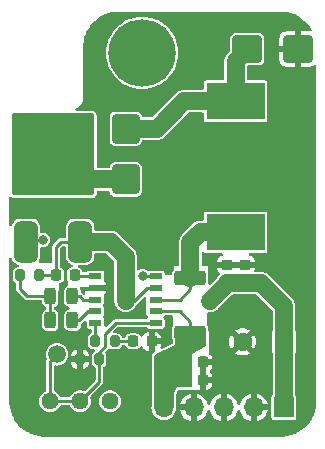
<source format=gbr>
%TF.GenerationSoftware,KiCad,Pcbnew,8.0.2*%
%TF.CreationDate,2024-05-30T14:17:59+02:00*%
%TF.ProjectId,MPPT_solar_charger_expansion_board,4d505054-5f73-46f6-9c61-725f63686172,1.00*%
%TF.SameCoordinates,Original*%
%TF.FileFunction,Copper,L1,Top*%
%TF.FilePolarity,Positive*%
%FSLAX46Y46*%
G04 Gerber Fmt 4.6, Leading zero omitted, Abs format (unit mm)*
G04 Created by KiCad (PCBNEW 8.0.2) date 2024-05-30 14:17:59*
%MOMM*%
%LPD*%
G01*
G04 APERTURE LIST*
G04 Aperture macros list*
%AMRoundRect*
0 Rectangle with rounded corners*
0 $1 Rounding radius*
0 $2 $3 $4 $5 $6 $7 $8 $9 X,Y pos of 4 corners*
0 Add a 4 corners polygon primitive as box body*
4,1,4,$2,$3,$4,$5,$6,$7,$8,$9,$2,$3,0*
0 Add four circle primitives for the rounded corners*
1,1,$1+$1,$2,$3*
1,1,$1+$1,$4,$5*
1,1,$1+$1,$6,$7*
1,1,$1+$1,$8,$9*
0 Add four rect primitives between the rounded corners*
20,1,$1+$1,$2,$3,$4,$5,0*
20,1,$1+$1,$4,$5,$6,$7,0*
20,1,$1+$1,$6,$7,$8,$9,0*
20,1,$1+$1,$8,$9,$2,$3,0*%
G04 Aperture macros list end*
%TA.AperFunction,ComponentPad*%
%ADD10C,1.500000*%
%TD*%
%TA.AperFunction,SMDPad,CuDef*%
%ADD11RoundRect,0.200000X-0.200000X-0.275000X0.200000X-0.275000X0.200000X0.275000X-0.200000X0.275000X0*%
%TD*%
%TA.AperFunction,SMDPad,CuDef*%
%ADD12RoundRect,0.225000X0.250000X-0.225000X0.250000X0.225000X-0.250000X0.225000X-0.250000X-0.225000X0*%
%TD*%
%TA.AperFunction,SMDPad,CuDef*%
%ADD13RoundRect,0.225000X-0.225000X-0.250000X0.225000X-0.250000X0.225000X0.250000X-0.225000X0.250000X0*%
%TD*%
%TA.AperFunction,SMDPad,CuDef*%
%ADD14R,1.100000X0.510000*%
%TD*%
%TA.AperFunction,SMDPad,CuDef*%
%ADD15R,5.000000X3.100000*%
%TD*%
%TA.AperFunction,SMDPad,CuDef*%
%ADD16RoundRect,0.250000X-1.075000X0.362500X-1.075000X-0.362500X1.075000X-0.362500X1.075000X0.362500X0*%
%TD*%
%TA.AperFunction,SMDPad,CuDef*%
%ADD17RoundRect,0.200000X0.200000X0.275000X-0.200000X0.275000X-0.200000X-0.275000X0.200000X-0.275000X0*%
%TD*%
%TA.AperFunction,SMDPad,CuDef*%
%ADD18RoundRect,0.500000X0.500000X-1.250000X0.500000X1.250000X-0.500000X1.250000X-0.500000X-1.250000X0*%
%TD*%
%TA.AperFunction,SMDPad,CuDef*%
%ADD19RoundRect,0.250000X3.250000X-3.250000X3.250000X3.250000X-3.250000X3.250000X-3.250000X-3.250000X0*%
%TD*%
%TA.AperFunction,SMDPad,CuDef*%
%ADD20RoundRect,0.250000X-0.900000X1.000000X-0.900000X-1.000000X0.900000X-1.000000X0.900000X1.000000X0*%
%TD*%
%TA.AperFunction,ComponentPad*%
%ADD21R,1.600000X1.600000*%
%TD*%
%TA.AperFunction,ComponentPad*%
%ADD22C,1.600000*%
%TD*%
%TA.AperFunction,SMDPad,CuDef*%
%ADD23RoundRect,0.243750X0.243750X0.456250X-0.243750X0.456250X-0.243750X-0.456250X0.243750X-0.456250X0*%
%TD*%
%TA.AperFunction,ComponentPad*%
%ADD24C,5.700000*%
%TD*%
%TA.AperFunction,SMDPad,CuDef*%
%ADD25RoundRect,0.250000X-1.000000X-0.900000X1.000000X-0.900000X1.000000X0.900000X-1.000000X0.900000X0*%
%TD*%
%TA.AperFunction,ComponentPad*%
%ADD26C,1.440000*%
%TD*%
%TA.AperFunction,ComponentPad*%
%ADD27R,1.700000X1.700000*%
%TD*%
%TA.AperFunction,ComponentPad*%
%ADD28O,1.700000X1.700000*%
%TD*%
%TA.AperFunction,ViaPad*%
%ADD29C,0.500000*%
%TD*%
%TA.AperFunction,ViaPad*%
%ADD30C,1.500000*%
%TD*%
%TA.AperFunction,ViaPad*%
%ADD31C,0.800000*%
%TD*%
%TA.AperFunction,Conductor*%
%ADD32C,0.250000*%
%TD*%
%TA.AperFunction,Conductor*%
%ADD33C,1.500000*%
%TD*%
G04 APERTURE END LIST*
D10*
%TO.P,TP2,1,1*%
%TO.N,/MPPT*%
X135216600Y-106411400D03*
%TD*%
D11*
%TO.P,R2,1*%
%TO.N,/CHA_LED_PW*%
X132077600Y-99730200D03*
%TO.P,R2,2*%
%TO.N,VCC*%
X133727600Y-99730200D03*
%TD*%
D12*
%TO.P,C2,1*%
%TO.N,VCC*%
X151152000Y-100391400D03*
%TO.P,C2,2*%
%TO.N,GND*%
X151152000Y-98841400D03*
%TD*%
D13*
%TO.P,C4,1*%
%TO.N,VCC*%
X135158000Y-99730200D03*
%TO.P,C4,2*%
%TO.N,Net-(U1-VG)*%
X136708000Y-99730200D03*
%TD*%
D14*
%TO.P,U1,1,VG*%
%TO.N,Net-(U1-VG)*%
X138476000Y-99776200D03*
%TO.P,U1,2,GND*%
%TO.N,GND*%
X138476000Y-100776200D03*
%TO.P,U1,3,~{CHRG}*%
%TO.N,/CH_LED*%
X138476000Y-101776200D03*
%TO.P,U1,4,~{DONE}*%
%TO.N,/DONE_LED*%
X138476000Y-102776200D03*
%TO.P,U1,5,COM*%
%TO.N,Net-(U1-COM)*%
X138476000Y-103776200D03*
%TO.P,U1,6,MPPT*%
%TO.N,/MPPT*%
X143576000Y-103776200D03*
%TO.P,U1,7,BAT*%
%TO.N,+BATT*%
X143576000Y-102776200D03*
%TO.P,U1,8,CSP*%
%TO.N,Net-(U1-CSP)*%
X143576000Y-101776200D03*
%TO.P,U1,9,VCC*%
%TO.N,VCC*%
X143576000Y-100776200D03*
%TO.P,U1,10,DRV*%
%TO.N,/DRV*%
X143576000Y-99776200D03*
%TD*%
D13*
%TO.P,C5,1*%
%TO.N,Net-(C5-Pad1)*%
X141678000Y-105318200D03*
%TO.P,C5,2*%
%TO.N,GND*%
X143228000Y-105318200D03*
%TD*%
D15*
%TO.P,L1,1,1*%
%TO.N,/D3_K*%
X150339200Y-84973200D03*
%TO.P,L1,2,2*%
%TO.N,Net-(U1-CSP)*%
X150339200Y-96073200D03*
%TD*%
D12*
%TO.P,C3,1*%
%TO.N,VCC*%
X149577200Y-100391400D03*
%TO.P,C3,2*%
%TO.N,GND*%
X149577200Y-98841400D03*
%TD*%
D13*
%TO.P,C6,1*%
%TO.N,+BATT*%
X146037000Y-107086400D03*
%TO.P,C6,2*%
%TO.N,GND*%
X147587000Y-107086400D03*
%TD*%
D16*
%TO.P,R4,1*%
%TO.N,Net-(U1-CSP)*%
X146517000Y-99968500D03*
%TO.P,R4,2*%
%TO.N,+BATT*%
X146517000Y-104593500D03*
%TD*%
D17*
%TO.P,R1,1*%
%TO.N,/MPPT*%
X138810000Y-106832400D03*
%TO.P,R1,2*%
%TO.N,GND*%
X137160000Y-106832400D03*
%TD*%
D18*
%TO.P,Q1,1,G*%
%TO.N,/DRV*%
X132596200Y-96886400D03*
D19*
%TO.P,Q1,2,D*%
%TO.N,/Q1_D*%
X134896200Y-89486400D03*
D18*
%TO.P,Q1,3,S*%
%TO.N,VCC*%
X137176200Y-96886400D03*
%TD*%
D20*
%TO.P,D3,1,K*%
%TO.N,/D3_K*%
X141042800Y-87306400D03*
%TO.P,D3,2,A*%
%TO.N,/Q1_D*%
X141042800Y-91606400D03*
%TD*%
D21*
%TO.P,C1,1*%
%TO.N,VCC*%
X154428000Y-105356800D03*
D22*
%TO.P,C1,2*%
%TO.N,GND*%
X150928000Y-105356800D03*
%TD*%
D23*
%TO.P,D1,1,K*%
%TO.N,/CH_LED*%
X136532500Y-101508200D03*
%TO.P,D1,2,A*%
%TO.N,/CHA_LED_PW*%
X134657500Y-101508200D03*
%TD*%
%TO.P,D2,1,K*%
%TO.N,/DONE_LED*%
X136532500Y-103540200D03*
%TO.P,D2,2,A*%
%TO.N,/CHA_LED_PW*%
X134657500Y-103540200D03*
%TD*%
D11*
%TO.P,R3,1*%
%TO.N,Net-(U1-COM)*%
X138453000Y-105318200D03*
%TO.P,R3,2*%
%TO.N,Net-(C5-Pad1)*%
X140103000Y-105318200D03*
%TD*%
D24*
%TO.P,H1,1*%
%TO.N,N/C*%
X142428000Y-80896400D03*
%TD*%
D25*
%TO.P,D4,1,K*%
%TO.N,/D3_K*%
X151338800Y-80566400D03*
%TO.P,D4,2,A*%
%TO.N,GND*%
X155638800Y-80566400D03*
%TD*%
D13*
%TO.P,C7,1*%
%TO.N,+BATT*%
X146037000Y-108610400D03*
%TO.P,C7,2*%
%TO.N,GND*%
X147587000Y-108610400D03*
%TD*%
D26*
%TO.P,RV1,1,1*%
%TO.N,VCC*%
X139710000Y-110388400D03*
%TO.P,RV1,2,2*%
%TO.N,/MPPT*%
X137170000Y-110388400D03*
%TO.P,RV1,3,3*%
X134630000Y-110388400D03*
%TD*%
D27*
%TO.P,J1,1,Pin_1*%
%TO.N,VCC*%
X154428000Y-110896400D03*
D28*
%TO.P,J1,2,Pin_2*%
%TO.N,GND*%
X151888000Y-110896400D03*
%TO.P,J1,3,Pin_3*%
X149348000Y-110896400D03*
%TO.P,J1,4,Pin_4*%
X146808000Y-110896400D03*
%TO.P,J1,5,Pin_5*%
%TO.N,+BATT*%
X144268000Y-110896400D03*
%TD*%
D29*
%TO.N,GND*%
X153387200Y-78128000D03*
X154758800Y-89812000D03*
X153488800Y-82141200D03*
X145360800Y-78483600D03*
X155012800Y-94384000D03*
X141804800Y-94028400D03*
X141906400Y-108506400D03*
X141398400Y-103201700D03*
X145665600Y-83106400D03*
X155520800Y-99616400D03*
X138553600Y-83208000D03*
X132508400Y-111605200D03*
X134337200Y-94282400D03*
X146224400Y-92199600D03*
D30*
%TO.N,VCC*%
X148178000Y-101896400D03*
X141032146Y-101883820D03*
D31*
%TO.N,/DRV*%
X134058000Y-96723200D03*
X142466092Y-99776200D03*
%TD*%
D32*
%TO.N,Net-(U1-VG)*%
X136754000Y-99776200D02*
X136708000Y-99730200D01*
X138476000Y-99776200D02*
X136754000Y-99776200D01*
%TO.N,Net-(C5-Pad1)*%
X141678000Y-105318200D02*
X140103000Y-105318200D01*
%TO.N,+BATT*%
X146517000Y-103691000D02*
X146517000Y-104593500D01*
X143576000Y-102776200D02*
X145602200Y-102776200D01*
X145602200Y-102776200D02*
X146517000Y-103691000D01*
%TO.N,/CH_LED*%
X137137000Y-101508200D02*
X136532500Y-101508200D01*
X138476000Y-101776200D02*
X137405000Y-101776200D01*
X137405000Y-101776200D02*
X137137000Y-101508200D01*
%TO.N,/CHA_LED_PW*%
X134657500Y-101508200D02*
X132674000Y-101508200D01*
X132077600Y-100911800D02*
X132077600Y-99730200D01*
X134657500Y-101508200D02*
X134657500Y-103540200D01*
X132674000Y-101508200D02*
X132077600Y-100911800D01*
%TO.N,/DONE_LED*%
X137119000Y-103540200D02*
X136532500Y-103540200D01*
X137883000Y-102776200D02*
X137119000Y-103540200D01*
X138476000Y-102776200D02*
X137883000Y-102776200D01*
D33*
%TO.N,/D3_K*%
X145983200Y-84973200D02*
X150339200Y-84973200D01*
X141042800Y-87306400D02*
X143650000Y-87306400D01*
X151338800Y-80566400D02*
X150339200Y-81566000D01*
X143650000Y-87306400D02*
X145983200Y-84973200D01*
X150339200Y-81566000D02*
X150339200Y-84973200D01*
%TO.N,/Q1_D*%
X141042800Y-91606400D02*
X137016200Y-91606400D01*
X137016200Y-91606400D02*
X134896200Y-89486400D01*
D32*
%TO.N,VCC*%
X142880200Y-100776200D02*
X143576000Y-100776200D01*
D33*
X151152000Y-100391400D02*
X149577200Y-100391400D01*
X152485800Y-100391400D02*
X151152000Y-100391400D01*
D32*
X137176200Y-96886400D02*
X135566400Y-96886400D01*
D33*
X141030600Y-101882274D02*
X141030600Y-98153800D01*
D32*
X141772580Y-101883820D02*
X142880200Y-100776200D01*
D33*
X149577200Y-100497200D02*
X148178000Y-101896400D01*
D32*
X135158000Y-99730200D02*
X133727600Y-99730200D01*
D33*
X154428000Y-105356800D02*
X154428000Y-102333600D01*
D32*
X135566400Y-96886400D02*
X135158000Y-97294800D01*
D33*
X154428000Y-105356800D02*
X154428000Y-110896400D01*
X154428000Y-102333600D02*
X152485800Y-100391400D01*
X141032146Y-101883820D02*
X141030600Y-101882274D01*
X139763200Y-96886400D02*
X137176200Y-96886400D01*
D32*
X141032146Y-101883820D02*
X141772580Y-101883820D01*
D33*
X141030600Y-98153800D02*
X139763200Y-96886400D01*
D32*
X135158000Y-97294800D02*
X135158000Y-99730200D01*
D33*
X149577200Y-100391400D02*
X149577200Y-100497200D01*
D32*
%TO.N,/MPPT*%
X140185000Y-103776200D02*
X143576000Y-103776200D01*
X138810000Y-106218000D02*
X139278000Y-105750000D01*
X134620000Y-107008000D02*
X134620000Y-110378400D01*
X139278000Y-105750000D02*
X139278000Y-104683200D01*
X138811000Y-106833400D02*
X138810000Y-106832400D01*
X139278000Y-104683200D02*
X140185000Y-103776200D01*
X134620000Y-110378400D02*
X134630000Y-110388400D01*
X135216600Y-106411400D02*
X134620000Y-107008000D01*
X137170000Y-110388400D02*
X138811000Y-108747400D01*
X137170000Y-110388400D02*
X134630000Y-110388400D01*
X138810000Y-106832400D02*
X138810000Y-106218000D01*
X138811000Y-108747400D02*
X138811000Y-106833400D01*
%TO.N,Net-(U1-CSP)*%
X143576000Y-101776200D02*
X145611800Y-101776200D01*
D33*
X147380000Y-96073200D02*
X146517000Y-96936200D01*
X150339200Y-96073200D02*
X147380000Y-96073200D01*
D32*
X145611800Y-101776200D02*
X146517000Y-100871000D01*
D33*
X146517000Y-96936200D02*
X146517000Y-99968500D01*
D32*
X146517000Y-100871000D02*
X146517000Y-99968500D01*
%TO.N,/DRV*%
X132759400Y-96723200D02*
X132596200Y-96886400D01*
X142466092Y-99776200D02*
X143576000Y-99776200D01*
X134058000Y-96723200D02*
X132759400Y-96723200D01*
%TO.N,Net-(U1-COM)*%
X138476000Y-103776200D02*
X138476000Y-105295200D01*
X138476000Y-105295200D02*
X138453000Y-105318200D01*
%TD*%
%TA.AperFunction,Conductor*%
%TO.N,+BATT*%
G36*
X147821839Y-104489885D02*
G01*
X147867594Y-104542689D01*
X147878800Y-104594200D01*
X147878800Y-105570642D01*
X147859115Y-105637681D01*
X147821516Y-105675164D01*
X146685000Y-106400599D01*
X146672572Y-109081975D01*
X146652577Y-109148922D01*
X146599561Y-109194432D01*
X146548573Y-109205400D01*
X145402000Y-109205400D01*
X145118121Y-109686654D01*
X145118119Y-109686659D01*
X145118598Y-110088002D01*
X145118583Y-110090054D01*
X145108075Y-110774304D01*
X145087364Y-110841033D01*
X145033863Y-110885972D01*
X144984090Y-110896400D01*
X143553800Y-110896400D01*
X143486761Y-110876715D01*
X143441006Y-110823911D01*
X143429800Y-110772400D01*
X143429800Y-106580379D01*
X143449485Y-106513340D01*
X143500340Y-106468495D01*
X143642437Y-106400599D01*
X145237200Y-105638600D01*
X145237200Y-104594200D01*
X145256885Y-104527161D01*
X145309689Y-104481406D01*
X145361200Y-104470200D01*
X147754800Y-104470200D01*
X147821839Y-104489885D01*
G37*
%TD.AperFunction*%
%TD*%
%TA.AperFunction,Conductor*%
%TO.N,GND*%
G36*
X154178855Y-77396411D02*
G01*
X154340269Y-77398674D01*
X154352390Y-77399441D01*
X154656553Y-77433712D01*
X154673992Y-77435677D01*
X154687700Y-77438006D01*
X155002366Y-77509826D01*
X155015725Y-77513673D01*
X155320392Y-77620281D01*
X155333228Y-77625599D01*
X155624025Y-77765639D01*
X155636193Y-77772364D01*
X155867489Y-77917697D01*
X155909486Y-77944085D01*
X155920824Y-77952130D01*
X156173173Y-78153371D01*
X156183541Y-78162637D01*
X156411762Y-78390858D01*
X156421028Y-78401226D01*
X156622267Y-78653572D01*
X156630314Y-78664913D01*
X156769501Y-78886428D01*
X156788501Y-78953665D01*
X156768133Y-79020500D01*
X156714865Y-79065714D01*
X156664507Y-79076400D01*
X155888800Y-79076400D01*
X155888800Y-82056400D01*
X156677471Y-82056400D01*
X156792819Y-82041214D01*
X156792824Y-82041212D01*
X156936341Y-81981766D01*
X156936347Y-81981763D01*
X156978513Y-81949408D01*
X157043682Y-81924213D01*
X157112127Y-81938251D01*
X157162117Y-81987065D01*
X157178000Y-82047783D01*
X157178000Y-110395517D01*
X157177988Y-110397255D01*
X157175725Y-110558656D01*
X157174957Y-110570802D01*
X157138722Y-110892392D01*
X157136393Y-110906100D01*
X157064573Y-111220766D01*
X157060724Y-111234129D01*
X156954120Y-111538786D01*
X156948798Y-111551633D01*
X156808760Y-111842425D01*
X156802034Y-111854595D01*
X156630314Y-112127886D01*
X156622267Y-112139227D01*
X156421028Y-112391573D01*
X156411762Y-112401941D01*
X156183541Y-112630162D01*
X156173173Y-112639428D01*
X155920827Y-112840667D01*
X155909486Y-112848714D01*
X155636195Y-113020434D01*
X155624025Y-113027160D01*
X155333233Y-113167198D01*
X155320386Y-113172520D01*
X155015729Y-113279124D01*
X155002366Y-113282973D01*
X154687700Y-113354793D01*
X154673992Y-113357122D01*
X154352402Y-113393357D01*
X154340256Y-113394125D01*
X154178856Y-113396388D01*
X154177118Y-113396400D01*
X134178882Y-113396400D01*
X134177144Y-113396388D01*
X134015743Y-113394125D01*
X134003597Y-113393357D01*
X133682007Y-113357122D01*
X133668299Y-113354793D01*
X133353633Y-113282973D01*
X133340270Y-113279124D01*
X133035613Y-113172520D01*
X133022766Y-113167198D01*
X132731974Y-113027160D01*
X132719804Y-113020434D01*
X132446513Y-112848714D01*
X132435172Y-112840667D01*
X132182826Y-112639428D01*
X132172458Y-112630162D01*
X131944237Y-112401941D01*
X131934971Y-112391573D01*
X131733732Y-112139227D01*
X131725685Y-112127886D01*
X131611963Y-111946899D01*
X131553964Y-111854593D01*
X131547239Y-111842425D01*
X131407199Y-111551628D01*
X131401879Y-111538786D01*
X131397243Y-111525538D01*
X131295273Y-111234125D01*
X131291426Y-111220766D01*
X131219606Y-110906100D01*
X131217277Y-110892392D01*
X131204817Y-110781809D01*
X131181041Y-110570790D01*
X131180274Y-110558669D01*
X131178012Y-110397255D01*
X131178000Y-110395517D01*
X131178000Y-98359121D01*
X131197685Y-98292082D01*
X131250489Y-98246327D01*
X131319647Y-98236383D01*
X131383203Y-98265408D01*
X131420384Y-98322230D01*
X131452722Y-98426006D01*
X131510463Y-98521520D01*
X131540730Y-98571588D01*
X131661011Y-98691869D01*
X131661013Y-98691870D01*
X131661015Y-98691872D01*
X131806594Y-98779878D01*
X131910694Y-98812316D01*
X131968839Y-98851051D01*
X131996814Y-98915076D01*
X131985733Y-98984061D01*
X131939115Y-99036105D01*
X131873806Y-99054700D01*
X131846083Y-99054700D01*
X131767150Y-99067201D01*
X131752296Y-99069554D01*
X131639258Y-99127150D01*
X131639257Y-99127151D01*
X131639252Y-99127154D01*
X131549554Y-99216852D01*
X131549551Y-99216857D01*
X131491952Y-99329898D01*
X131477100Y-99423675D01*
X131477100Y-100036717D01*
X131487892Y-100104857D01*
X131491954Y-100130504D01*
X131549550Y-100243542D01*
X131549552Y-100243544D01*
X131549554Y-100243547D01*
X131639252Y-100333245D01*
X131639254Y-100333246D01*
X131639258Y-100333250D01*
X131684396Y-100356249D01*
X131735191Y-100404223D01*
X131752100Y-100466733D01*
X131752100Y-100868947D01*
X131752100Y-100954653D01*
X131761550Y-100989922D01*
X131774282Y-101037440D01*
X131793678Y-101071033D01*
X131817135Y-101111662D01*
X132474138Y-101768665D01*
X132548361Y-101811518D01*
X132631147Y-101833700D01*
X132716853Y-101833700D01*
X133845500Y-101833700D01*
X133912539Y-101853385D01*
X133958294Y-101906189D01*
X133969500Y-101957700D01*
X133969500Y-102017968D01*
X133972313Y-102047969D01*
X133972315Y-102047981D01*
X134016544Y-102174378D01*
X134016545Y-102174380D01*
X134096069Y-102282130D01*
X134166418Y-102334050D01*
X134203821Y-102361655D01*
X134248955Y-102377448D01*
X134305730Y-102418169D01*
X134331478Y-102483121D01*
X134332000Y-102494489D01*
X134332000Y-102553910D01*
X134312315Y-102620949D01*
X134259511Y-102666704D01*
X134248956Y-102670951D01*
X134203819Y-102686745D01*
X134096069Y-102766269D01*
X134016545Y-102874019D01*
X134016544Y-102874021D01*
X133972315Y-103000418D01*
X133972313Y-103000430D01*
X133969500Y-103030431D01*
X133969500Y-104049968D01*
X133972313Y-104079969D01*
X133972315Y-104079981D01*
X134016544Y-104206378D01*
X134016545Y-104206380D01*
X134096069Y-104314130D01*
X134203819Y-104393654D01*
X134203821Y-104393655D01*
X134330218Y-104437884D01*
X134330222Y-104437884D01*
X134330226Y-104437886D01*
X134345231Y-104439293D01*
X134360232Y-104440700D01*
X134360236Y-104440700D01*
X134954768Y-104440700D01*
X134968101Y-104439449D01*
X134984774Y-104437886D01*
X134984778Y-104437884D01*
X134984781Y-104437884D01*
X135055845Y-104413016D01*
X135111179Y-104393655D01*
X135218930Y-104314130D01*
X135298455Y-104206379D01*
X135317816Y-104151045D01*
X135342684Y-104079981D01*
X135342684Y-104079978D01*
X135342686Y-104079974D01*
X135344307Y-104062692D01*
X135345500Y-104049968D01*
X135345500Y-103030431D01*
X135342686Y-103000430D01*
X135342686Y-103000426D01*
X135342684Y-103000422D01*
X135342684Y-103000418D01*
X135298455Y-102874021D01*
X135298454Y-102874019D01*
X135218930Y-102766269D01*
X135111180Y-102686745D01*
X135066044Y-102670951D01*
X135009268Y-102630229D01*
X134983522Y-102565276D01*
X134983000Y-102553910D01*
X134983000Y-102494489D01*
X135002685Y-102427450D01*
X135055489Y-102381695D01*
X135066032Y-102377452D01*
X135111179Y-102361655D01*
X135218930Y-102282130D01*
X135298455Y-102174379D01*
X135323365Y-102103190D01*
X135342684Y-102047981D01*
X135342684Y-102047978D01*
X135342686Y-102047974D01*
X135344249Y-102031301D01*
X135345500Y-102017968D01*
X135345500Y-101016497D01*
X135360825Y-100964306D01*
X135360825Y-100520422D01*
X135380510Y-100453383D01*
X135433314Y-100407628D01*
X135465422Y-100397949D01*
X135516126Y-100389919D01*
X135636220Y-100328728D01*
X135731528Y-100233420D01*
X135792719Y-100113326D01*
X135793336Y-100109431D01*
X135808500Y-100013693D01*
X135808500Y-99446706D01*
X135792720Y-99347078D01*
X135792719Y-99347076D01*
X135792719Y-99347074D01*
X135731528Y-99226980D01*
X135731526Y-99226978D01*
X135731523Y-99226974D01*
X135636225Y-99131676D01*
X135636222Y-99131674D01*
X135636220Y-99131672D01*
X135551204Y-99088354D01*
X135500409Y-99040380D01*
X135483500Y-98977870D01*
X135483500Y-97480988D01*
X135503185Y-97413949D01*
X135519819Y-97393307D01*
X135664907Y-97248219D01*
X135726230Y-97214734D01*
X135752588Y-97211900D01*
X135851700Y-97211900D01*
X135918739Y-97231585D01*
X135964494Y-97284389D01*
X135975700Y-97335900D01*
X135975700Y-98193013D01*
X135982113Y-98263592D01*
X135982113Y-98263594D01*
X135982114Y-98263596D01*
X136003263Y-98331466D01*
X136032722Y-98426006D01*
X136120730Y-98571588D01*
X136241011Y-98691869D01*
X136241013Y-98691870D01*
X136241015Y-98691872D01*
X136386594Y-98779878D01*
X136490690Y-98812315D01*
X136548837Y-98851052D01*
X136576811Y-98915077D01*
X136565730Y-98984062D01*
X136519111Y-99036105D01*
X136453799Y-99054700D01*
X136449507Y-99054700D01*
X136349878Y-99070479D01*
X136229778Y-99131673D01*
X136229774Y-99131676D01*
X136134476Y-99226974D01*
X136134473Y-99226978D01*
X136073279Y-99347078D01*
X136057500Y-99446706D01*
X136057500Y-100013693D01*
X136073279Y-100113321D01*
X136073280Y-100113324D01*
X136073281Y-100113326D01*
X136134472Y-100233420D01*
X136134473Y-100233421D01*
X136138903Y-100242115D01*
X136137447Y-100242856D01*
X136157181Y-100298167D01*
X136157383Y-100305244D01*
X136157383Y-100539272D01*
X136137698Y-100606311D01*
X136086965Y-100650271D01*
X136087035Y-100650403D01*
X136086466Y-100650703D01*
X136084894Y-100652066D01*
X136080679Y-100653762D01*
X136078822Y-100654743D01*
X135971069Y-100734269D01*
X135891545Y-100842019D01*
X135891544Y-100842021D01*
X135847315Y-100968418D01*
X135847313Y-100968430D01*
X135844500Y-100998431D01*
X135844500Y-102017968D01*
X135847313Y-102047969D01*
X135847315Y-102047981D01*
X135891544Y-102174378D01*
X135891545Y-102174380D01*
X135971069Y-102282130D01*
X136078819Y-102361654D01*
X136078821Y-102361655D01*
X136208861Y-102407159D01*
X136265637Y-102447881D01*
X136291384Y-102512834D01*
X136277927Y-102581395D01*
X136229540Y-102631798D01*
X136208861Y-102641241D01*
X136078821Y-102686744D01*
X136078819Y-102686745D01*
X135971069Y-102766269D01*
X135891545Y-102874019D01*
X135891544Y-102874021D01*
X135847315Y-103000418D01*
X135847313Y-103000430D01*
X135844500Y-103030431D01*
X135844500Y-104049968D01*
X135847313Y-104079969D01*
X135847315Y-104079981D01*
X135891544Y-104206378D01*
X135891545Y-104206380D01*
X135971069Y-104314130D01*
X136078819Y-104393654D01*
X136078821Y-104393655D01*
X136205218Y-104437884D01*
X136205222Y-104437884D01*
X136205226Y-104437886D01*
X136220231Y-104439293D01*
X136235232Y-104440700D01*
X136235236Y-104440700D01*
X136829768Y-104440700D01*
X136843101Y-104439449D01*
X136859774Y-104437886D01*
X136859778Y-104437884D01*
X136859781Y-104437884D01*
X136930845Y-104413016D01*
X136986179Y-104393655D01*
X137093930Y-104314130D01*
X137173455Y-104206379D01*
X137192816Y-104151045D01*
X137217684Y-104079981D01*
X137217684Y-104079978D01*
X137217686Y-104079974D01*
X137219307Y-104062692D01*
X137220500Y-104049968D01*
X137220500Y-103929045D01*
X137240185Y-103862006D01*
X137282497Y-103821660D01*
X137318862Y-103800665D01*
X137513820Y-103605706D01*
X137575142Y-103572222D01*
X137644833Y-103577206D01*
X137700767Y-103619077D01*
X137725184Y-103684542D01*
X137725500Y-103693388D01*
X137725500Y-104050952D01*
X137737131Y-104109429D01*
X137737132Y-104109430D01*
X137781447Y-104175752D01*
X137847769Y-104220067D01*
X137847770Y-104220068D01*
X137906247Y-104231699D01*
X137906250Y-104231700D01*
X137906252Y-104231700D01*
X138026500Y-104231700D01*
X138093539Y-104251385D01*
X138139294Y-104304189D01*
X138150500Y-104355700D01*
X138150500Y-104569947D01*
X138130815Y-104636986D01*
X138082796Y-104680431D01*
X138014659Y-104715149D01*
X138014652Y-104715154D01*
X137924954Y-104804852D01*
X137924951Y-104804857D01*
X137867352Y-104917898D01*
X137852500Y-105011675D01*
X137852500Y-105624717D01*
X137859343Y-105667921D01*
X137867354Y-105718504D01*
X137924950Y-105831542D01*
X137924952Y-105831544D01*
X137924954Y-105831547D01*
X138014652Y-105921245D01*
X138014654Y-105921246D01*
X138014658Y-105921250D01*
X138125877Y-105977919D01*
X138127698Y-105978847D01*
X138221475Y-105993699D01*
X138221481Y-105993700D01*
X138317652Y-105993699D01*
X138384689Y-106013383D01*
X138430445Y-106066186D01*
X138440389Y-106135345D01*
X138411365Y-106198901D01*
X138373953Y-106228180D01*
X138371662Y-106229347D01*
X138371652Y-106229354D01*
X138281954Y-106319052D01*
X138281951Y-106319057D01*
X138281950Y-106319058D01*
X138276341Y-106330066D01*
X138224352Y-106432098D01*
X138209500Y-106525875D01*
X138209500Y-107138917D01*
X138220051Y-107205535D01*
X138224354Y-107232704D01*
X138281950Y-107345742D01*
X138281952Y-107345744D01*
X138281954Y-107345747D01*
X138371652Y-107435445D01*
X138371655Y-107435447D01*
X138371658Y-107435450D01*
X138417795Y-107458958D01*
X138468591Y-107506931D01*
X138485500Y-107569442D01*
X138485500Y-108561210D01*
X138465815Y-108628249D01*
X138449181Y-108648891D01*
X137608945Y-109489126D01*
X137547622Y-109522611D01*
X137477930Y-109517627D01*
X137470833Y-109514727D01*
X137463297Y-109511372D01*
X137456017Y-109508131D01*
X137456015Y-109508130D01*
X137456014Y-109508130D01*
X137266748Y-109467900D01*
X137073252Y-109467900D01*
X136883983Y-109508130D01*
X136883978Y-109508132D01*
X136707215Y-109586833D01*
X136707210Y-109586835D01*
X136550674Y-109700565D01*
X136550667Y-109700571D01*
X136421197Y-109844364D01*
X136330822Y-110000900D01*
X136280255Y-110049115D01*
X136223435Y-110062900D01*
X135576565Y-110062900D01*
X135509526Y-110043215D01*
X135469178Y-110000900D01*
X135378802Y-109844364D01*
X135249332Y-109700571D01*
X135249325Y-109700565D01*
X135092789Y-109586835D01*
X135092786Y-109586833D01*
X135092785Y-109586833D01*
X135019064Y-109554010D01*
X134965827Y-109508760D01*
X134945506Y-109441911D01*
X134945500Y-109440731D01*
X134945500Y-107476611D01*
X134965185Y-107409572D01*
X135017989Y-107363817D01*
X135081654Y-107353208D01*
X135216600Y-107366499D01*
X135402931Y-107348147D01*
X135582101Y-107293796D01*
X135747225Y-107205536D01*
X135815298Y-107149670D01*
X136420001Y-107149670D01*
X136430420Y-107236454D01*
X136430422Y-107236458D01*
X136484876Y-107374544D01*
X136484879Y-107374550D01*
X136574571Y-107492828D01*
X136692849Y-107582520D01*
X136692855Y-107582523D01*
X136830943Y-107636978D01*
X136910000Y-107646471D01*
X136910000Y-107646470D01*
X137410000Y-107646470D01*
X137489054Y-107636979D01*
X137489058Y-107636977D01*
X137627144Y-107582523D01*
X137627150Y-107582520D01*
X137745428Y-107492828D01*
X137835120Y-107374550D01*
X137835123Y-107374544D01*
X137889578Y-107236456D01*
X137900000Y-107149670D01*
X137900000Y-107082400D01*
X137410000Y-107082400D01*
X137410000Y-107646470D01*
X136910000Y-107646470D01*
X136910000Y-107082400D01*
X136420001Y-107082400D01*
X136420001Y-107149670D01*
X135815298Y-107149670D01*
X135891957Y-107086757D01*
X136010736Y-106942025D01*
X136098996Y-106776901D01*
X136153347Y-106597731D01*
X136161483Y-106515129D01*
X136420000Y-106515129D01*
X136420000Y-106582400D01*
X136910000Y-106582400D01*
X137410000Y-106582400D01*
X137899999Y-106582400D01*
X137899999Y-106515129D01*
X137889579Y-106428345D01*
X137889577Y-106428341D01*
X137835123Y-106290255D01*
X137835120Y-106290249D01*
X137745428Y-106171971D01*
X137627150Y-106082279D01*
X137627144Y-106082276D01*
X137489060Y-106027822D01*
X137489052Y-106027820D01*
X137410000Y-106018326D01*
X137410000Y-106582400D01*
X136910000Y-106582400D01*
X136910000Y-106018328D01*
X136830943Y-106027821D01*
X136692855Y-106082276D01*
X136692849Y-106082279D01*
X136574571Y-106171971D01*
X136484879Y-106290249D01*
X136484876Y-106290255D01*
X136430421Y-106428343D01*
X136420000Y-106515129D01*
X136161483Y-106515129D01*
X136171699Y-106411400D01*
X136153347Y-106225069D01*
X136098996Y-106045899D01*
X136052815Y-105959500D01*
X136010737Y-105880776D01*
X136010735Y-105880773D01*
X135891957Y-105736042D01*
X135747226Y-105617264D01*
X135747223Y-105617262D01*
X135582102Y-105529004D01*
X135402933Y-105474653D01*
X135402931Y-105474652D01*
X135216600Y-105456301D01*
X135030268Y-105474652D01*
X135030266Y-105474653D01*
X134851097Y-105529004D01*
X134685976Y-105617262D01*
X134685973Y-105617264D01*
X134541242Y-105736042D01*
X134422464Y-105880773D01*
X134422462Y-105880776D01*
X134334204Y-106045897D01*
X134279853Y-106225066D01*
X134279852Y-106225068D01*
X134261501Y-106411400D01*
X134279852Y-106597729D01*
X134333536Y-106774699D01*
X134334159Y-106844566D01*
X134322264Y-106872691D01*
X134316683Y-106882357D01*
X134316683Y-106882359D01*
X134316682Y-106882362D01*
X134294500Y-106965147D01*
X134294500Y-109449635D01*
X134274815Y-109516674D01*
X134222011Y-109562429D01*
X134220937Y-109562914D01*
X134167212Y-109586834D01*
X134167210Y-109586835D01*
X134010674Y-109700565D01*
X134010667Y-109700571D01*
X133881197Y-109844364D01*
X133784450Y-110011936D01*
X133784447Y-110011943D01*
X133724657Y-110195958D01*
X133724656Y-110195960D01*
X133704430Y-110388400D01*
X133724656Y-110580839D01*
X133724657Y-110580841D01*
X133784447Y-110764856D01*
X133784450Y-110764863D01*
X133881197Y-110932435D01*
X134010667Y-111076228D01*
X134010674Y-111076234D01*
X134167210Y-111189964D01*
X134167211Y-111189964D01*
X134167215Y-111189967D01*
X134266396Y-111234125D01*
X134343978Y-111268667D01*
X134343983Y-111268669D01*
X134533252Y-111308900D01*
X134726748Y-111308900D01*
X134916017Y-111268669D01*
X135092785Y-111189967D01*
X135249327Y-111076233D01*
X135378802Y-110932436D01*
X135465717Y-110781894D01*
X135469178Y-110775900D01*
X135519745Y-110727685D01*
X135576565Y-110713900D01*
X136223435Y-110713900D01*
X136290474Y-110733585D01*
X136330822Y-110775900D01*
X136421197Y-110932435D01*
X136550667Y-111076228D01*
X136550674Y-111076234D01*
X136707210Y-111189964D01*
X136707211Y-111189964D01*
X136707215Y-111189967D01*
X136806396Y-111234125D01*
X136883978Y-111268667D01*
X136883983Y-111268669D01*
X137073252Y-111308900D01*
X137266748Y-111308900D01*
X137456017Y-111268669D01*
X137632785Y-111189967D01*
X137789327Y-111076233D01*
X137918802Y-110932436D01*
X138015550Y-110764863D01*
X138075344Y-110580837D01*
X138095570Y-110388400D01*
X138784430Y-110388400D01*
X138804656Y-110580839D01*
X138804657Y-110580841D01*
X138864447Y-110764856D01*
X138864450Y-110764863D01*
X138961197Y-110932435D01*
X139090667Y-111076228D01*
X139090674Y-111076234D01*
X139247210Y-111189964D01*
X139247211Y-111189964D01*
X139247215Y-111189967D01*
X139346396Y-111234125D01*
X139423978Y-111268667D01*
X139423983Y-111268669D01*
X139613252Y-111308900D01*
X139806748Y-111308900D01*
X139996017Y-111268669D01*
X140172785Y-111189967D01*
X140329327Y-111076233D01*
X140458802Y-110932436D01*
X140555550Y-110764863D01*
X140615344Y-110580837D01*
X140635570Y-110388400D01*
X140615344Y-110195963D01*
X140555550Y-110011937D01*
X140458802Y-109844364D01*
X140442799Y-109826591D01*
X140329332Y-109700571D01*
X140329325Y-109700565D01*
X140172789Y-109586835D01*
X140172786Y-109586833D01*
X140172785Y-109586833D01*
X140088682Y-109549388D01*
X139996021Y-109508132D01*
X139996016Y-109508130D01*
X139806748Y-109467900D01*
X139613252Y-109467900D01*
X139423983Y-109508130D01*
X139423978Y-109508132D01*
X139247215Y-109586833D01*
X139247210Y-109586835D01*
X139090674Y-109700565D01*
X139090667Y-109700571D01*
X138961197Y-109844364D01*
X138864450Y-110011936D01*
X138864447Y-110011943D01*
X138804657Y-110195958D01*
X138804656Y-110195960D01*
X138784430Y-110388400D01*
X138095570Y-110388400D01*
X138075344Y-110195963D01*
X138036881Y-110077589D01*
X138034887Y-110007752D01*
X138067130Y-109951595D01*
X139071465Y-108947262D01*
X139114317Y-108873039D01*
X139114318Y-108873038D01*
X139117705Y-108860400D01*
X139120262Y-108850853D01*
X139136500Y-108790253D01*
X139136500Y-107568423D01*
X139156185Y-107501384D01*
X139204205Y-107457938D01*
X139248342Y-107435450D01*
X139338050Y-107345742D01*
X139395646Y-107232704D01*
X139395646Y-107232702D01*
X139395647Y-107232701D01*
X139410499Y-107138924D01*
X139410500Y-107138919D01*
X139410499Y-106525882D01*
X139395646Y-106432096D01*
X139338050Y-106319058D01*
X139338044Y-106319052D01*
X139332311Y-106311159D01*
X139334401Y-106309640D01*
X139307855Y-106261024D01*
X139312839Y-106191332D01*
X139341335Y-106146990D01*
X139536313Y-105952013D01*
X139597635Y-105918531D01*
X139667326Y-105923515D01*
X139680274Y-105929207D01*
X139775877Y-105977919D01*
X139777696Y-105978846D01*
X139777698Y-105978847D01*
X139871475Y-105993699D01*
X139871481Y-105993700D01*
X140334518Y-105993699D01*
X140428304Y-105978846D01*
X140541342Y-105921250D01*
X140631050Y-105831542D01*
X140688646Y-105718504D01*
X140688646Y-105718503D01*
X140692263Y-105711405D01*
X140740238Y-105660609D01*
X140802748Y-105643700D01*
X140937932Y-105643700D01*
X141004971Y-105663385D01*
X141048415Y-105711403D01*
X141104472Y-105821420D01*
X141104474Y-105821422D01*
X141104476Y-105821425D01*
X141199774Y-105916723D01*
X141199778Y-105916726D01*
X141199780Y-105916728D01*
X141319874Y-105977919D01*
X141319876Y-105977919D01*
X141319878Y-105977920D01*
X141419507Y-105993700D01*
X141419512Y-105993700D01*
X141936493Y-105993700D01*
X142036121Y-105977920D01*
X142036121Y-105977919D01*
X142036126Y-105977919D01*
X142156220Y-105916728D01*
X142251528Y-105821420D01*
X142264449Y-105796060D01*
X142312422Y-105745266D01*
X142380242Y-105728470D01*
X142446378Y-105751007D01*
X142489494Y-105804903D01*
X142509472Y-105853134D01*
X142600038Y-105971161D01*
X142718066Y-106061728D01*
X142855501Y-106118655D01*
X142855506Y-106118657D01*
X142965969Y-106133199D01*
X142978000Y-106133198D01*
X142978000Y-105068200D01*
X143478000Y-105068200D01*
X144017999Y-105068200D01*
X144017999Y-105031168D01*
X144003459Y-104920713D01*
X144003455Y-104920701D01*
X143946528Y-104783266D01*
X143946528Y-104783265D01*
X143855961Y-104665238D01*
X143737933Y-104574671D01*
X143600498Y-104517744D01*
X143600493Y-104517742D01*
X143490038Y-104503201D01*
X143490022Y-104503200D01*
X143478000Y-104503200D01*
X143478000Y-105068200D01*
X142978000Y-105068200D01*
X142978000Y-104503199D01*
X142965970Y-104503200D01*
X142965969Y-104503200D01*
X142855512Y-104517741D01*
X142855501Y-104517744D01*
X142718066Y-104574671D01*
X142718065Y-104574671D01*
X142600038Y-104665238D01*
X142509473Y-104783264D01*
X142489494Y-104831497D01*
X142445652Y-104885900D01*
X142379358Y-104907964D01*
X142311659Y-104890684D01*
X142264449Y-104840339D01*
X142251528Y-104814980D01*
X142251524Y-104814976D01*
X142251523Y-104814974D01*
X142156225Y-104719676D01*
X142156221Y-104719673D01*
X142156220Y-104719672D01*
X142036126Y-104658481D01*
X142036124Y-104658480D01*
X142036121Y-104658479D01*
X141936493Y-104642700D01*
X141936488Y-104642700D01*
X141419512Y-104642700D01*
X141419507Y-104642700D01*
X141319878Y-104658479D01*
X141199778Y-104719673D01*
X141199774Y-104719676D01*
X141104476Y-104814974D01*
X141104473Y-104814979D01*
X141104472Y-104814980D01*
X141048417Y-104924995D01*
X141000442Y-104975791D01*
X140937932Y-104992700D01*
X140802747Y-104992700D01*
X140735708Y-104973015D01*
X140692262Y-104924995D01*
X140688646Y-104917898D01*
X140688646Y-104917896D01*
X140631050Y-104804858D01*
X140631048Y-104804856D01*
X140631045Y-104804852D01*
X140541347Y-104715154D01*
X140541344Y-104715152D01*
X140541342Y-104715150D01*
X140443385Y-104665238D01*
X140428301Y-104657552D01*
X140334524Y-104642700D01*
X140078187Y-104642700D01*
X140011148Y-104623015D01*
X139965393Y-104570211D01*
X139955449Y-104501053D01*
X139984474Y-104437497D01*
X139990492Y-104431033D01*
X140283507Y-104138019D01*
X140344830Y-104104534D01*
X140371188Y-104101700D01*
X142765688Y-104101700D01*
X142832727Y-104121385D01*
X142868790Y-104156808D01*
X142881448Y-104175753D01*
X142947769Y-104220067D01*
X142947770Y-104220068D01*
X143006247Y-104231699D01*
X143006250Y-104231700D01*
X143006252Y-104231700D01*
X144145750Y-104231700D01*
X144145751Y-104231699D01*
X144160568Y-104228752D01*
X144204229Y-104220068D01*
X144204229Y-104220067D01*
X144204231Y-104220067D01*
X144270552Y-104175752D01*
X144314867Y-104109431D01*
X144314867Y-104109429D01*
X144314868Y-104109429D01*
X144326499Y-104050952D01*
X144326500Y-104050950D01*
X144326500Y-103501449D01*
X144326499Y-103501447D01*
X144314868Y-103442970D01*
X144314867Y-103442969D01*
X144270551Y-103376646D01*
X144261917Y-103368012D01*
X144263645Y-103366283D01*
X144229721Y-103325694D01*
X144221011Y-103256370D01*
X144251163Y-103193341D01*
X144264654Y-103181650D01*
X144270549Y-103175755D01*
X144270550Y-103175753D01*
X144270552Y-103175752D01*
X144283210Y-103156807D01*
X144336823Y-103112004D01*
X144386312Y-103101700D01*
X144924029Y-103101700D01*
X144991068Y-103121385D01*
X145036823Y-103174189D01*
X145048029Y-103225700D01*
X145048029Y-103971836D01*
X145041071Y-104012790D01*
X144994353Y-104146302D01*
X144991500Y-104176730D01*
X144991500Y-105010269D01*
X144994353Y-105040697D01*
X145024742Y-105127544D01*
X145031700Y-105168498D01*
X145031700Y-105430856D01*
X145012015Y-105497895D01*
X144961160Y-105542740D01*
X144148223Y-105931173D01*
X144079247Y-105942314D01*
X144015198Y-105914396D01*
X143976410Y-105856282D01*
X143975198Y-105786423D01*
X143980202Y-105771836D01*
X144003456Y-105715695D01*
X144003457Y-105715693D01*
X144017998Y-105605238D01*
X144018000Y-105605222D01*
X144018000Y-105568200D01*
X143478000Y-105568200D01*
X143478000Y-106173271D01*
X143458315Y-106240310D01*
X143415092Y-106281178D01*
X143411737Y-106283077D01*
X143364428Y-106314358D01*
X143364425Y-106314360D01*
X143313559Y-106359215D01*
X143296961Y-106375620D01*
X143296955Y-106375628D01*
X143252311Y-106455438D01*
X143252309Y-106455443D01*
X143232626Y-106522475D01*
X143232625Y-106522480D01*
X143232625Y-106522481D01*
X143228458Y-106551466D01*
X143224300Y-106580382D01*
X143224300Y-110769655D01*
X143223703Y-110781809D01*
X143212417Y-110896399D01*
X143232699Y-111102332D01*
X143232700Y-111102334D01*
X143292768Y-111300354D01*
X143390315Y-111482850D01*
X143390317Y-111482852D01*
X143521589Y-111642810D01*
X143593146Y-111701534D01*
X143681550Y-111774085D01*
X143864046Y-111871632D01*
X144062066Y-111931700D01*
X144062065Y-111931700D01*
X144080529Y-111933518D01*
X144268000Y-111951983D01*
X144473934Y-111931700D01*
X144671954Y-111871632D01*
X144854450Y-111774085D01*
X145014410Y-111642810D01*
X145145685Y-111482850D01*
X145243232Y-111300354D01*
X145303300Y-111102334D01*
X145323583Y-110896400D01*
X145313887Y-110797971D01*
X145313798Y-110781894D01*
X145313483Y-110781890D01*
X145315564Y-110646399D01*
X145641900Y-110646399D01*
X145641900Y-110646400D01*
X146374988Y-110646400D01*
X146342075Y-110703407D01*
X146308000Y-110830574D01*
X146308000Y-110962226D01*
X146342075Y-111089393D01*
X146374988Y-111146400D01*
X145641900Y-111146400D01*
X145693601Y-111328114D01*
X145693604Y-111328120D01*
X145791907Y-111525538D01*
X145924813Y-111701534D01*
X146087791Y-111850107D01*
X146275300Y-111966208D01*
X146275301Y-111966209D01*
X146480948Y-112045876D01*
X146558000Y-112060279D01*
X146558000Y-111329412D01*
X146615007Y-111362325D01*
X146742174Y-111396400D01*
X146873826Y-111396400D01*
X147000993Y-111362325D01*
X147058000Y-111329412D01*
X147058000Y-112060278D01*
X147135051Y-112045876D01*
X147340698Y-111966209D01*
X147340699Y-111966208D01*
X147528208Y-111850107D01*
X147691186Y-111701534D01*
X147824092Y-111525538D01*
X147922395Y-111328121D01*
X147958733Y-111200405D01*
X147996012Y-111141311D01*
X148059322Y-111111753D01*
X148128561Y-111121115D01*
X148181748Y-111166424D01*
X148197267Y-111200405D01*
X148233604Y-111328121D01*
X148331907Y-111525538D01*
X148464813Y-111701534D01*
X148627791Y-111850107D01*
X148815300Y-111966208D01*
X148815301Y-111966209D01*
X149020948Y-112045876D01*
X149098000Y-112060279D01*
X149098000Y-111329412D01*
X149155007Y-111362325D01*
X149282174Y-111396400D01*
X149413826Y-111396400D01*
X149540993Y-111362325D01*
X149598000Y-111329412D01*
X149598000Y-112060278D01*
X149675051Y-112045876D01*
X149880698Y-111966209D01*
X149880699Y-111966208D01*
X150068208Y-111850107D01*
X150231186Y-111701534D01*
X150364092Y-111525538D01*
X150462395Y-111328121D01*
X150498733Y-111200405D01*
X150536012Y-111141311D01*
X150599322Y-111111753D01*
X150668561Y-111121115D01*
X150721748Y-111166424D01*
X150737267Y-111200405D01*
X150773604Y-111328121D01*
X150871907Y-111525538D01*
X151004813Y-111701534D01*
X151167791Y-111850107D01*
X151355300Y-111966208D01*
X151355301Y-111966209D01*
X151560948Y-112045876D01*
X151638000Y-112060279D01*
X151638000Y-111329412D01*
X151695007Y-111362325D01*
X151822174Y-111396400D01*
X151953826Y-111396400D01*
X152080993Y-111362325D01*
X152138000Y-111329412D01*
X152138000Y-112060278D01*
X152215051Y-112045876D01*
X152420698Y-111966209D01*
X152420699Y-111966208D01*
X152608208Y-111850107D01*
X152771186Y-111701534D01*
X152904092Y-111525538D01*
X153002395Y-111328120D01*
X153002398Y-111328114D01*
X153054099Y-111146400D01*
X152321012Y-111146400D01*
X152353925Y-111089393D01*
X152388000Y-110962226D01*
X152388000Y-110830574D01*
X152353925Y-110703407D01*
X152321012Y-110646400D01*
X153054100Y-110646400D01*
X153054099Y-110646399D01*
X153002398Y-110464685D01*
X153002395Y-110464679D01*
X152904092Y-110267261D01*
X152771186Y-110091265D01*
X152608208Y-109942692D01*
X152420699Y-109826591D01*
X152420695Y-109826589D01*
X152215056Y-109746925D01*
X152215051Y-109746924D01*
X152138000Y-109732520D01*
X152138000Y-110463388D01*
X152080993Y-110430475D01*
X151953826Y-110396400D01*
X151822174Y-110396400D01*
X151695007Y-110430475D01*
X151638000Y-110463388D01*
X151638000Y-109732520D01*
X151560948Y-109746924D01*
X151560943Y-109746925D01*
X151355304Y-109826589D01*
X151355300Y-109826591D01*
X151167791Y-109942692D01*
X151004813Y-110091265D01*
X150871907Y-110267261D01*
X150773605Y-110464677D01*
X150737267Y-110592395D01*
X150699987Y-110651488D01*
X150636678Y-110681046D01*
X150567438Y-110671684D01*
X150514252Y-110626375D01*
X150498733Y-110592395D01*
X150462394Y-110464677D01*
X150364092Y-110267261D01*
X150231186Y-110091265D01*
X150068208Y-109942692D01*
X149880699Y-109826591D01*
X149880695Y-109826589D01*
X149675056Y-109746925D01*
X149675051Y-109746924D01*
X149598000Y-109732520D01*
X149598000Y-110463388D01*
X149540993Y-110430475D01*
X149413826Y-110396400D01*
X149282174Y-110396400D01*
X149155007Y-110430475D01*
X149098000Y-110463388D01*
X149098000Y-109732520D01*
X149020948Y-109746924D01*
X149020943Y-109746925D01*
X148815304Y-109826589D01*
X148815300Y-109826591D01*
X148627791Y-109942692D01*
X148464813Y-110091265D01*
X148331907Y-110267261D01*
X148233605Y-110464677D01*
X148197267Y-110592395D01*
X148159987Y-110651488D01*
X148096678Y-110681046D01*
X148027438Y-110671684D01*
X147974252Y-110626375D01*
X147958733Y-110592395D01*
X147922394Y-110464677D01*
X147824092Y-110267261D01*
X147691186Y-110091265D01*
X147528208Y-109942692D01*
X147340699Y-109826591D01*
X147340695Y-109826589D01*
X147135056Y-109746925D01*
X147135051Y-109746924D01*
X147058000Y-109732520D01*
X147058000Y-110463388D01*
X147000993Y-110430475D01*
X146873826Y-110396400D01*
X146742174Y-110396400D01*
X146615007Y-110430475D01*
X146558000Y-110463388D01*
X146558000Y-109732520D01*
X146480948Y-109746924D01*
X146480943Y-109746925D01*
X146275304Y-109826589D01*
X146275300Y-109826591D01*
X146087791Y-109942692D01*
X145924813Y-110091265D01*
X145791907Y-110267261D01*
X145693604Y-110464679D01*
X145693601Y-110464685D01*
X145641900Y-110646399D01*
X145315564Y-110646399D01*
X145324056Y-110093400D01*
X145324059Y-110093209D01*
X145324078Y-110091556D01*
X145324093Y-110089504D01*
X145324098Y-110087757D01*
X145323726Y-109776561D01*
X145340922Y-109713417D01*
X145483388Y-109471898D01*
X145534404Y-109424158D01*
X145590191Y-109410900D01*
X146548568Y-109410900D01*
X146548573Y-109410900D01*
X146578734Y-109407692D01*
X146592201Y-109406999D01*
X147191308Y-109408821D01*
X147207090Y-109409880D01*
X147324971Y-109425399D01*
X147837000Y-109425399D01*
X147849031Y-109425399D01*
X147959486Y-109410859D01*
X147959498Y-109410855D01*
X148096933Y-109353928D01*
X148096934Y-109353928D01*
X148214961Y-109263361D01*
X148305528Y-109145334D01*
X148305528Y-109145333D01*
X148362455Y-109007898D01*
X148362457Y-109007893D01*
X148376998Y-108897438D01*
X148377000Y-108897422D01*
X148377000Y-108860400D01*
X147837000Y-108860400D01*
X147837000Y-109425399D01*
X147324971Y-109425399D01*
X147337000Y-109425398D01*
X147337000Y-108360400D01*
X147837000Y-108360400D01*
X148376999Y-108360400D01*
X148376999Y-108323368D01*
X148362459Y-108212913D01*
X148362455Y-108212901D01*
X148305528Y-108075466D01*
X148305528Y-108075465D01*
X148214961Y-107957437D01*
X148201068Y-107946777D01*
X148159864Y-107890350D01*
X148155709Y-107820604D01*
X148189920Y-107759683D01*
X148201068Y-107750023D01*
X148214961Y-107739362D01*
X148305528Y-107621334D01*
X148305528Y-107621333D01*
X148362455Y-107483898D01*
X148362457Y-107483893D01*
X148376998Y-107373438D01*
X148377000Y-107373422D01*
X148377000Y-107336400D01*
X147837000Y-107336400D01*
X147837000Y-108360400D01*
X147337000Y-108360400D01*
X147337000Y-106960400D01*
X147356685Y-106893361D01*
X147409489Y-106847606D01*
X147461000Y-106836400D01*
X148376999Y-106836400D01*
X148376999Y-106799368D01*
X148362459Y-106688913D01*
X148362455Y-106688901D01*
X148305528Y-106551466D01*
X148305528Y-106551465D01*
X148214959Y-106433435D01*
X148118159Y-106359157D01*
X148076957Y-106302729D01*
X148069646Y-106260782D01*
X148069646Y-105667921D01*
X148074671Y-105632980D01*
X148075975Y-105628540D01*
X148084300Y-105570642D01*
X148084300Y-105356799D01*
X149783116Y-105356799D01*
X149783116Y-105356800D01*
X149802609Y-105567169D01*
X149860427Y-105770381D01*
X149954600Y-105959503D01*
X149961975Y-105969270D01*
X150528000Y-105403246D01*
X150528000Y-105409461D01*
X150555259Y-105511194D01*
X150607920Y-105602406D01*
X150682394Y-105676880D01*
X150773606Y-105729541D01*
X150875339Y-105756800D01*
X150881553Y-105756800D01*
X150318255Y-106320095D01*
X150417680Y-106381657D01*
X150417681Y-106381658D01*
X150614685Y-106457977D01*
X150822365Y-106496800D01*
X151033635Y-106496800D01*
X151241319Y-106457976D01*
X151438309Y-106381661D01*
X151438327Y-106381652D01*
X151537742Y-106320096D01*
X151537742Y-106320095D01*
X150974448Y-105756800D01*
X150980661Y-105756800D01*
X151082394Y-105729541D01*
X151173606Y-105676880D01*
X151248080Y-105602406D01*
X151300741Y-105511194D01*
X151328000Y-105409461D01*
X151328000Y-105403247D01*
X151894023Y-105969270D01*
X151901401Y-105959500D01*
X151901403Y-105959497D01*
X151995572Y-105770382D01*
X152053390Y-105567169D01*
X152072884Y-105356800D01*
X152072884Y-105356799D01*
X152053390Y-105146430D01*
X151995572Y-104943218D01*
X151901399Y-104754095D01*
X151894024Y-104744328D01*
X151328000Y-105310352D01*
X151328000Y-105304139D01*
X151300741Y-105202406D01*
X151248080Y-105111194D01*
X151173606Y-105036720D01*
X151082394Y-104984059D01*
X150980661Y-104956800D01*
X150974448Y-104956800D01*
X151537743Y-104393503D01*
X151438319Y-104331942D01*
X151438318Y-104331941D01*
X151241314Y-104255622D01*
X151033635Y-104216800D01*
X150822365Y-104216800D01*
X150614685Y-104255622D01*
X150417683Y-104331940D01*
X150417677Y-104331943D01*
X150318256Y-104393502D01*
X150318255Y-104393503D01*
X150881553Y-104956800D01*
X150875339Y-104956800D01*
X150773606Y-104984059D01*
X150682394Y-105036720D01*
X150607920Y-105111194D01*
X150555259Y-105202406D01*
X150528000Y-105304139D01*
X150528000Y-105310353D01*
X149961974Y-104744327D01*
X149954602Y-104754092D01*
X149954598Y-104754098D01*
X149860427Y-104943218D01*
X149802609Y-105146430D01*
X149783116Y-105356799D01*
X148084300Y-105356799D01*
X148084300Y-104594200D01*
X148079603Y-104550516D01*
X148069310Y-104503200D01*
X148068402Y-104499025D01*
X148068148Y-104497989D01*
X148065910Y-104488827D01*
X148057067Y-104472232D01*
X148042500Y-104413919D01*
X148042500Y-104176730D01*
X148039646Y-104146303D01*
X148039646Y-104146302D01*
X148039646Y-104146301D01*
X147994793Y-104018118D01*
X147966874Y-103980288D01*
X147942904Y-103914658D01*
X147942646Y-103906656D01*
X147942646Y-102969753D01*
X147962331Y-102902714D01*
X148015135Y-102856959D01*
X148078801Y-102846350D01*
X148084381Y-102846899D01*
X148084383Y-102846900D01*
X148125213Y-102846900D01*
X148137367Y-102847497D01*
X148178000Y-102851499D01*
X148218633Y-102847497D01*
X148230787Y-102846900D01*
X148271621Y-102846900D01*
X148311660Y-102838934D01*
X148323698Y-102837148D01*
X148364331Y-102833147D01*
X148403423Y-102821288D01*
X148415189Y-102818341D01*
X148455250Y-102810373D01*
X148455255Y-102810370D01*
X148455258Y-102810370D01*
X148492977Y-102794746D01*
X148504425Y-102790648D01*
X148543501Y-102778796D01*
X148579509Y-102759548D01*
X148590496Y-102754352D01*
X148628230Y-102738723D01*
X148662192Y-102716029D01*
X148672611Y-102709784D01*
X148708625Y-102690536D01*
X148740187Y-102664632D01*
X148749953Y-102657389D01*
X148783908Y-102634702D01*
X148812794Y-102605815D01*
X148821789Y-102597663D01*
X148853357Y-102571757D01*
X148879275Y-102540173D01*
X148887419Y-102531189D01*
X150040391Y-101378219D01*
X150101714Y-101344734D01*
X150128072Y-101341900D01*
X151058384Y-101341900D01*
X152040728Y-101341900D01*
X152107767Y-101361585D01*
X152128409Y-101378219D01*
X153441181Y-102690991D01*
X153474666Y-102752314D01*
X153477500Y-102778672D01*
X153477500Y-104383534D01*
X153457815Y-104450573D01*
X153456603Y-104452424D01*
X153439132Y-104478570D01*
X153439131Y-104478573D01*
X153427500Y-104537047D01*
X153427500Y-106176552D01*
X153439131Y-106235028D01*
X153439132Y-106235030D01*
X153439133Y-106235031D01*
X153456501Y-106261024D01*
X153456602Y-106261174D01*
X153477480Y-106327852D01*
X153477500Y-106330066D01*
X153477500Y-109806433D01*
X153457815Y-109873472D01*
X153441184Y-109894112D01*
X153433446Y-109901849D01*
X153389132Y-109968168D01*
X153389131Y-109968170D01*
X153377500Y-110026647D01*
X153377500Y-111766152D01*
X153389131Y-111824629D01*
X153389132Y-111824630D01*
X153433447Y-111890952D01*
X153499769Y-111935267D01*
X153499770Y-111935268D01*
X153558247Y-111946899D01*
X153558250Y-111946900D01*
X153558252Y-111946900D01*
X155297750Y-111946900D01*
X155297751Y-111946899D01*
X155312568Y-111943952D01*
X155356229Y-111935268D01*
X155356229Y-111935267D01*
X155356231Y-111935267D01*
X155422552Y-111890952D01*
X155466867Y-111824631D01*
X155466867Y-111824629D01*
X155466868Y-111824629D01*
X155478499Y-111766152D01*
X155478500Y-111766150D01*
X155478500Y-110026649D01*
X155478499Y-110026647D01*
X155466868Y-109968170D01*
X155466867Y-109968168D01*
X155422553Y-109901849D01*
X155414816Y-109894112D01*
X155381333Y-109832787D01*
X155378500Y-109806433D01*
X155378500Y-106330066D01*
X155398185Y-106263027D01*
X155399398Y-106261174D01*
X155416867Y-106235031D01*
X155416940Y-106234667D01*
X155428499Y-106176552D01*
X155428500Y-106176550D01*
X155428500Y-104537049D01*
X155428499Y-104537047D01*
X155416868Y-104478573D01*
X155416867Y-104478570D01*
X155416867Y-104478569D01*
X155399396Y-104452422D01*
X155378520Y-104385747D01*
X155378500Y-104383534D01*
X155378500Y-102239983D01*
X155378499Y-102239979D01*
X155365724Y-102175753D01*
X155341973Y-102056349D01*
X155308717Y-101976062D01*
X155308647Y-101975892D01*
X155270326Y-101883376D01*
X155270319Y-101883363D01*
X155166302Y-101727692D01*
X155166299Y-101727688D01*
X153091711Y-99653100D01*
X153091707Y-99653097D01*
X152936036Y-99549080D01*
X152936023Y-99549073D01*
X152821052Y-99501452D01*
X152763051Y-99477427D01*
X152763043Y-99477425D01*
X152671233Y-99459163D01*
X152579420Y-99440900D01*
X152579417Y-99440900D01*
X152579416Y-99440900D01*
X152044007Y-99440900D01*
X151976968Y-99421215D01*
X151931213Y-99368411D01*
X151921269Y-99299253D01*
X151929446Y-99269447D01*
X151952456Y-99213895D01*
X151952457Y-99213893D01*
X151966998Y-99103438D01*
X151967000Y-99103422D01*
X151967000Y-99091400D01*
X148762201Y-99091400D01*
X148762201Y-99103431D01*
X148776740Y-99213886D01*
X148776744Y-99213898D01*
X148833671Y-99351333D01*
X148833671Y-99351334D01*
X148924240Y-99469365D01*
X148942649Y-99483491D01*
X148983851Y-99539919D01*
X148988004Y-99609665D01*
X148954843Y-99669546D01*
X148838896Y-99785493D01*
X148838894Y-99785496D01*
X148734879Y-99941165D01*
X148706029Y-100010813D01*
X148679150Y-100051038D01*
X148254173Y-100476016D01*
X148192850Y-100509501D01*
X148123159Y-100504517D01*
X148067225Y-100462646D01*
X148042808Y-100397181D01*
X148042698Y-100388165D01*
X148042500Y-100388165D01*
X148042500Y-99551730D01*
X148039646Y-99521303D01*
X148039646Y-99521301D01*
X148000403Y-99409152D01*
X147993446Y-99368199D01*
X147993446Y-98969787D01*
X147591397Y-98969455D01*
X147524374Y-98949715D01*
X147478663Y-98896873D01*
X147467500Y-98845455D01*
X147467500Y-97836574D01*
X147487185Y-97769535D01*
X147539989Y-97723780D01*
X147609147Y-97713836D01*
X147672703Y-97742861D01*
X147694604Y-97767686D01*
X147694648Y-97767752D01*
X147760969Y-97812067D01*
X147760970Y-97812068D01*
X147819447Y-97823699D01*
X147819450Y-97823700D01*
X149141895Y-97823700D01*
X149208934Y-97843385D01*
X149254689Y-97896189D01*
X149264633Y-97965347D01*
X149235608Y-98028903D01*
X149186287Y-98060598D01*
X149187213Y-98062833D01*
X149042266Y-98122871D01*
X149042265Y-98122871D01*
X148924238Y-98213438D01*
X148833671Y-98331465D01*
X148833671Y-98331466D01*
X148776744Y-98468901D01*
X148776742Y-98468906D01*
X148762201Y-98579361D01*
X148762200Y-98579377D01*
X148762200Y-98591400D01*
X151966999Y-98591400D01*
X151966999Y-98579368D01*
X151952459Y-98468913D01*
X151952455Y-98468901D01*
X151895528Y-98331466D01*
X151895528Y-98331465D01*
X151804961Y-98213438D01*
X151686933Y-98122871D01*
X151541987Y-98062833D01*
X151543117Y-98060103D01*
X151495553Y-98031113D01*
X151465022Y-97968267D01*
X151473314Y-97898891D01*
X151517798Y-97845012D01*
X151584349Y-97823735D01*
X151587304Y-97823700D01*
X152858950Y-97823700D01*
X152858951Y-97823699D01*
X152873768Y-97820752D01*
X152917429Y-97812068D01*
X152917429Y-97812067D01*
X152917431Y-97812067D01*
X152983752Y-97767752D01*
X153028067Y-97701431D01*
X153028067Y-97701429D01*
X153028068Y-97701429D01*
X153039699Y-97642952D01*
X153039700Y-97642950D01*
X153039700Y-94503449D01*
X153039699Y-94503447D01*
X153028068Y-94444970D01*
X153028067Y-94444969D01*
X152983752Y-94378647D01*
X152917430Y-94334332D01*
X152917429Y-94334331D01*
X152858952Y-94322700D01*
X152858948Y-94322700D01*
X147819452Y-94322700D01*
X147819447Y-94322700D01*
X147760970Y-94334331D01*
X147760969Y-94334332D01*
X147694647Y-94378647D01*
X147650332Y-94444969D01*
X147650331Y-94444970D01*
X147638700Y-94503447D01*
X147638700Y-94998700D01*
X147619015Y-95065739D01*
X147566211Y-95111494D01*
X147514700Y-95122700D01*
X147286378Y-95122700D01*
X147102756Y-95159225D01*
X147102748Y-95159227D01*
X146929771Y-95230876D01*
X146929762Y-95230881D01*
X146774091Y-95334898D01*
X146774087Y-95334901D01*
X145778700Y-96330288D01*
X145778697Y-96330292D01*
X145674680Y-96485963D01*
X145674675Y-96485973D01*
X145643640Y-96560896D01*
X145643641Y-96560897D01*
X145641346Y-96566438D01*
X145634453Y-96583082D01*
X145628457Y-96597558D01*
X145628455Y-96597562D01*
X145603027Y-96658949D01*
X145603025Y-96658957D01*
X145572683Y-96811500D01*
X145572683Y-96811503D01*
X145566500Y-96842583D01*
X145566500Y-98843679D01*
X145546815Y-98910718D01*
X145494011Y-98956473D01*
X145442398Y-98967679D01*
X145098829Y-98967396D01*
X145098829Y-99271528D01*
X145079144Y-99338567D01*
X145074600Y-99345160D01*
X145039208Y-99393115D01*
X144994353Y-99521303D01*
X144991500Y-99551730D01*
X144991500Y-99555627D01*
X144971815Y-99622666D01*
X144919011Y-99668421D01*
X144867443Y-99679627D01*
X144450443Y-99679435D01*
X144383413Y-99659720D01*
X144337682Y-99606895D01*
X144326500Y-99555435D01*
X144326500Y-99501449D01*
X144326499Y-99501447D01*
X144314868Y-99442970D01*
X144314867Y-99442969D01*
X144270552Y-99376647D01*
X144204230Y-99332332D01*
X144204229Y-99332331D01*
X144145752Y-99320700D01*
X144145748Y-99320700D01*
X143006252Y-99320700D01*
X143006247Y-99320700D01*
X142944340Y-99333014D01*
X142874748Y-99326787D01*
X142844663Y-99309773D01*
X142768934Y-99251664D01*
X142622854Y-99191156D01*
X142622852Y-99191155D01*
X142466093Y-99170518D01*
X142466091Y-99170518D01*
X142309331Y-99191155D01*
X142309329Y-99191156D01*
X142155743Y-99254774D01*
X142154774Y-99252435D01*
X142099178Y-99265913D01*
X142033155Y-99243049D01*
X141989974Y-99188120D01*
X141981100Y-99142054D01*
X141981100Y-98060183D01*
X141981099Y-98060179D01*
X141949017Y-97898891D01*
X141944573Y-97876549D01*
X141872922Y-97703569D01*
X141872921Y-97703568D01*
X141872918Y-97703562D01*
X141768903Y-97547893D01*
X141768902Y-97547892D01*
X141636508Y-97415498D01*
X141032510Y-96811500D01*
X140369111Y-96148100D01*
X140369107Y-96148097D01*
X140213436Y-96044080D01*
X140213427Y-96044075D01*
X140112103Y-96002106D01*
X140112101Y-96002105D01*
X140040451Y-95972427D01*
X140040447Y-95972426D01*
X140040443Y-95972424D01*
X139948633Y-95954163D01*
X139856820Y-95935900D01*
X139856817Y-95935900D01*
X139856816Y-95935900D01*
X138500700Y-95935900D01*
X138433661Y-95916215D01*
X138387906Y-95863411D01*
X138376700Y-95811900D01*
X138376700Y-95579786D01*
X138370286Y-95509207D01*
X138370286Y-95509204D01*
X138319678Y-95346794D01*
X138231672Y-95201215D01*
X138231670Y-95201213D01*
X138231669Y-95201211D01*
X138111388Y-95080930D01*
X137965806Y-94992922D01*
X137803396Y-94942314D01*
X137803394Y-94942313D01*
X137803392Y-94942313D01*
X137753978Y-94937823D01*
X137732816Y-94935900D01*
X136619584Y-94935900D01*
X136600345Y-94937648D01*
X136549007Y-94942313D01*
X136386593Y-94992922D01*
X136241011Y-95080930D01*
X136120730Y-95201211D01*
X136032722Y-95346793D01*
X135982113Y-95509207D01*
X135975700Y-95579786D01*
X135975700Y-96436900D01*
X135956015Y-96503939D01*
X135903211Y-96549694D01*
X135851700Y-96560900D01*
X135523547Y-96560900D01*
X135440761Y-96583082D01*
X135440758Y-96583083D01*
X135403650Y-96604507D01*
X135403650Y-96604508D01*
X135366538Y-96625935D01*
X135366535Y-96625937D01*
X134897537Y-97094935D01*
X134897535Y-97094938D01*
X134854682Y-97169161D01*
X134842471Y-97214734D01*
X134833627Y-97247741D01*
X134832500Y-97251946D01*
X134832500Y-98539553D01*
X134812815Y-98606592D01*
X134760011Y-98652347D01*
X134708453Y-98663553D01*
X133816090Y-98663214D01*
X133749058Y-98643504D01*
X133703323Y-98590683D01*
X133693406Y-98521520D01*
X133710019Y-98475066D01*
X133739678Y-98426006D01*
X133790286Y-98263596D01*
X133796700Y-98193016D01*
X133796700Y-97435875D01*
X133816385Y-97368836D01*
X133869189Y-97323081D01*
X133936882Y-97312936D01*
X134058000Y-97328882D01*
X134058001Y-97328882D01*
X134110254Y-97322002D01*
X134214762Y-97308244D01*
X134360841Y-97247736D01*
X134486282Y-97151482D01*
X134582536Y-97026041D01*
X134643044Y-96879962D01*
X134663682Y-96723200D01*
X134658855Y-96686538D01*
X134648056Y-96604507D01*
X134643044Y-96566438D01*
X134582536Y-96420359D01*
X134486282Y-96294918D01*
X134360841Y-96198664D01*
X134214762Y-96138156D01*
X134214760Y-96138155D01*
X134058001Y-96117518D01*
X134057999Y-96117518D01*
X133936885Y-96133463D01*
X133867850Y-96122697D01*
X133815594Y-96076317D01*
X133796700Y-96010524D01*
X133796700Y-95579786D01*
X133790286Y-95509207D01*
X133790286Y-95509204D01*
X133739678Y-95346794D01*
X133651672Y-95201215D01*
X133651670Y-95201213D01*
X133651669Y-95201211D01*
X133531388Y-95080930D01*
X133385806Y-94992922D01*
X133223396Y-94942314D01*
X133223394Y-94942313D01*
X133223392Y-94942313D01*
X133173978Y-94937823D01*
X133152816Y-94935900D01*
X132039584Y-94935900D01*
X132020345Y-94937648D01*
X131969007Y-94942313D01*
X131806593Y-94992922D01*
X131661011Y-95080930D01*
X131540730Y-95201211D01*
X131452722Y-95346793D01*
X131452722Y-95346794D01*
X131420384Y-95450569D01*
X131381648Y-95508716D01*
X131317623Y-95536690D01*
X131248638Y-95525609D01*
X131196595Y-95478990D01*
X131178000Y-95413678D01*
X131178000Y-93196390D01*
X131197685Y-93129351D01*
X131250489Y-93083596D01*
X131319647Y-93073652D01*
X131375632Y-93096619D01*
X131433318Y-93139193D01*
X131476045Y-93154144D01*
X131561499Y-93184046D01*
X131591930Y-93186900D01*
X131591934Y-93186900D01*
X138200470Y-93186900D01*
X138230899Y-93184046D01*
X138230901Y-93184046D01*
X138294990Y-93161619D01*
X138359082Y-93139193D01*
X138468350Y-93058550D01*
X138548993Y-92949282D01*
X138571419Y-92885190D01*
X138593846Y-92821101D01*
X138593846Y-92821099D01*
X138596700Y-92790669D01*
X138596700Y-92680900D01*
X138616385Y-92613861D01*
X138669189Y-92568106D01*
X138720700Y-92556900D01*
X139569653Y-92556900D01*
X139636692Y-92576585D01*
X139682447Y-92629389D01*
X139693111Y-92669321D01*
X139695153Y-92691099D01*
X139695153Y-92691101D01*
X139740006Y-92819280D01*
X139740007Y-92819282D01*
X139820650Y-92928550D01*
X139929918Y-93009193D01*
X139972645Y-93024144D01*
X140058099Y-93054046D01*
X140088530Y-93056900D01*
X140088534Y-93056900D01*
X141997070Y-93056900D01*
X142027499Y-93054046D01*
X142027501Y-93054046D01*
X142091590Y-93031619D01*
X142155682Y-93009193D01*
X142264950Y-92928550D01*
X142345593Y-92819282D01*
X142368019Y-92755190D01*
X142390446Y-92691101D01*
X142390446Y-92691099D01*
X142393300Y-92660669D01*
X142393300Y-90552130D01*
X142390446Y-90521700D01*
X142390446Y-90521698D01*
X142345593Y-90393519D01*
X142345592Y-90393517D01*
X142264950Y-90284250D01*
X142155682Y-90203607D01*
X142155680Y-90203606D01*
X142027500Y-90158753D01*
X141997070Y-90155900D01*
X141997066Y-90155900D01*
X140088534Y-90155900D01*
X140088530Y-90155900D01*
X140058100Y-90158753D01*
X140058098Y-90158753D01*
X139929919Y-90203606D01*
X139929917Y-90203607D01*
X139820650Y-90284250D01*
X139740007Y-90393517D01*
X139740006Y-90393519D01*
X139695153Y-90521698D01*
X139695153Y-90521700D01*
X139693111Y-90543479D01*
X139667253Y-90608387D01*
X139610407Y-90649012D01*
X139569653Y-90655900D01*
X138720700Y-90655900D01*
X138653661Y-90636215D01*
X138607906Y-90583411D01*
X138596700Y-90531900D01*
X138596700Y-86252130D01*
X139692300Y-86252130D01*
X139692300Y-88360669D01*
X139695153Y-88391099D01*
X139695153Y-88391101D01*
X139740006Y-88519280D01*
X139740007Y-88519282D01*
X139820650Y-88628550D01*
X139929918Y-88709193D01*
X139972645Y-88724144D01*
X140058099Y-88754046D01*
X140088530Y-88756900D01*
X140088534Y-88756900D01*
X141997070Y-88756900D01*
X142027499Y-88754046D01*
X142027501Y-88754046D01*
X142091590Y-88731619D01*
X142155682Y-88709193D01*
X142264950Y-88628550D01*
X142345593Y-88519282D01*
X142368019Y-88455190D01*
X142390446Y-88391101D01*
X142390446Y-88391099D01*
X142392489Y-88369321D01*
X142418347Y-88304413D01*
X142475193Y-88263788D01*
X142515947Y-88256900D01*
X143743618Y-88256900D01*
X143761980Y-88253247D01*
X143835433Y-88238636D01*
X143835434Y-88238636D01*
X143858545Y-88234038D01*
X143927251Y-88220373D01*
X143998901Y-88190694D01*
X144100230Y-88148723D01*
X144255908Y-88044702D01*
X146340591Y-85960019D01*
X146401914Y-85926534D01*
X146428272Y-85923700D01*
X147514700Y-85923700D01*
X147581739Y-85943385D01*
X147627494Y-85996189D01*
X147638700Y-86047700D01*
X147638700Y-86542952D01*
X147650331Y-86601429D01*
X147650332Y-86601430D01*
X147694647Y-86667752D01*
X147760969Y-86712067D01*
X147760970Y-86712068D01*
X147819447Y-86723699D01*
X147819450Y-86723700D01*
X147819452Y-86723700D01*
X152858950Y-86723700D01*
X152858951Y-86723699D01*
X152873768Y-86720752D01*
X152917429Y-86712068D01*
X152917429Y-86712067D01*
X152917431Y-86712067D01*
X152983752Y-86667752D01*
X153028067Y-86601431D01*
X153028067Y-86601429D01*
X153028068Y-86601429D01*
X153039699Y-86542952D01*
X153039700Y-86542950D01*
X153039700Y-83403449D01*
X153039699Y-83403447D01*
X153028068Y-83344970D01*
X153028067Y-83344969D01*
X152983752Y-83278647D01*
X152917430Y-83234332D01*
X152917429Y-83234331D01*
X152858952Y-83222700D01*
X152858948Y-83222700D01*
X151413700Y-83222700D01*
X151346661Y-83203015D01*
X151300906Y-83150211D01*
X151289700Y-83098700D01*
X151289700Y-82040900D01*
X151309385Y-81973861D01*
X151362189Y-81928106D01*
X151413700Y-81916900D01*
X152393070Y-81916900D01*
X152423499Y-81914046D01*
X152423501Y-81914046D01*
X152487590Y-81891619D01*
X152551682Y-81869193D01*
X152660950Y-81788550D01*
X152741593Y-81679282D01*
X152777637Y-81576275D01*
X152786446Y-81551101D01*
X152786446Y-81551099D01*
X152789300Y-81520669D01*
X152789300Y-81505070D01*
X154048800Y-81505070D01*
X154063985Y-81620419D01*
X154063987Y-81620424D01*
X154123433Y-81763941D01*
X154123433Y-81763942D01*
X154218007Y-81887192D01*
X154341258Y-81981766D01*
X154484775Y-82041212D01*
X154484780Y-82041214D01*
X154600129Y-82056400D01*
X155388800Y-82056400D01*
X155388800Y-80816400D01*
X154048800Y-80816400D01*
X154048800Y-81505070D01*
X152789300Y-81505070D01*
X152789300Y-79627729D01*
X154048800Y-79627729D01*
X154048800Y-80316400D01*
X155388800Y-80316400D01*
X155388800Y-79076400D01*
X154600129Y-79076400D01*
X154484780Y-79091585D01*
X154484775Y-79091587D01*
X154341258Y-79151033D01*
X154341257Y-79151033D01*
X154218007Y-79245607D01*
X154123433Y-79368857D01*
X154123433Y-79368858D01*
X154063987Y-79512375D01*
X154063985Y-79512380D01*
X154048800Y-79627729D01*
X152789300Y-79627729D01*
X152789300Y-79612130D01*
X152786446Y-79581700D01*
X152786446Y-79581698D01*
X152741593Y-79453519D01*
X152741592Y-79453517D01*
X152679111Y-79368858D01*
X152660950Y-79344250D01*
X152551682Y-79263607D01*
X152551680Y-79263606D01*
X152423500Y-79218753D01*
X152393070Y-79215900D01*
X152393066Y-79215900D01*
X150284534Y-79215900D01*
X150284530Y-79215900D01*
X150254100Y-79218753D01*
X150254098Y-79218753D01*
X150125919Y-79263606D01*
X150125917Y-79263607D01*
X150016650Y-79344250D01*
X149936007Y-79453517D01*
X149936006Y-79453519D01*
X149891153Y-79581698D01*
X149891153Y-79581700D01*
X149888300Y-79612130D01*
X149888300Y-80621327D01*
X149868615Y-80688366D01*
X149851981Y-80709008D01*
X149600900Y-80960088D01*
X149600897Y-80960092D01*
X149496880Y-81115763D01*
X149496875Y-81115772D01*
X149454905Y-81217096D01*
X149454905Y-81217099D01*
X149446044Y-81238493D01*
X149425226Y-81288752D01*
X149425224Y-81288756D01*
X149388700Y-81472379D01*
X149388700Y-83098700D01*
X149369015Y-83165739D01*
X149316211Y-83211494D01*
X149264700Y-83222700D01*
X147819447Y-83222700D01*
X147760970Y-83234331D01*
X147760969Y-83234332D01*
X147694647Y-83278647D01*
X147650332Y-83344969D01*
X147650331Y-83344970D01*
X147638700Y-83403447D01*
X147638700Y-83898700D01*
X147619015Y-83965739D01*
X147566211Y-84011494D01*
X147514700Y-84022700D01*
X145889578Y-84022700D01*
X145705952Y-84059225D01*
X145705951Y-84059226D01*
X145705949Y-84059227D01*
X145655284Y-84080212D01*
X145614512Y-84097100D01*
X145532971Y-84130875D01*
X145377291Y-84234898D01*
X145377287Y-84234901D01*
X143292609Y-86319581D01*
X143231286Y-86353066D01*
X143204928Y-86355900D01*
X142515947Y-86355900D01*
X142448908Y-86336215D01*
X142403153Y-86283411D01*
X142392489Y-86243479D01*
X142390446Y-86221700D01*
X142390446Y-86221698D01*
X142345593Y-86093519D01*
X142345592Y-86093517D01*
X142264950Y-85984250D01*
X142155682Y-85903607D01*
X142155680Y-85903606D01*
X142027500Y-85858753D01*
X141997070Y-85855900D01*
X141997066Y-85855900D01*
X140088534Y-85855900D01*
X140088530Y-85855900D01*
X140058100Y-85858753D01*
X140058098Y-85858753D01*
X139929919Y-85903606D01*
X139929917Y-85903607D01*
X139820650Y-85984250D01*
X139740007Y-86093517D01*
X139740006Y-86093519D01*
X139695153Y-86221698D01*
X139695153Y-86221700D01*
X139692300Y-86252130D01*
X138596700Y-86252130D01*
X138596700Y-86182130D01*
X138593846Y-86151700D01*
X138593846Y-86151698D01*
X138548993Y-86023519D01*
X138548992Y-86023517D01*
X138520012Y-85984250D01*
X138468350Y-85914250D01*
X138359082Y-85833607D01*
X138359080Y-85833606D01*
X138230900Y-85788753D01*
X138200470Y-85785900D01*
X138200466Y-85785900D01*
X136907229Y-85785900D01*
X136840190Y-85766215D01*
X136794435Y-85713411D01*
X136784491Y-85644253D01*
X136813516Y-85580697D01*
X136859776Y-85547339D01*
X136866181Y-85544685D01*
X136900537Y-85530455D01*
X137063928Y-85421281D01*
X137202881Y-85282328D01*
X137312055Y-85118937D01*
X137387256Y-84937387D01*
X137425593Y-84744654D01*
X137428000Y-84646400D01*
X137428000Y-80896400D01*
X139372693Y-80896400D01*
X139391903Y-81238481D01*
X139391905Y-81238493D01*
X139449295Y-81576266D01*
X139449297Y-81576275D01*
X139510453Y-81788549D01*
X139544147Y-81905504D01*
X139648108Y-82156487D01*
X139675263Y-82222046D01*
X139840998Y-82521921D01*
X140039269Y-82801359D01*
X140267570Y-83056826D01*
X140267573Y-83056829D01*
X140523040Y-83285130D01*
X140523046Y-83285134D01*
X140523047Y-83285135D01*
X140802479Y-83483402D01*
X141102352Y-83649136D01*
X141418896Y-83780253D01*
X141748130Y-83875104D01*
X142085914Y-83932496D01*
X142428000Y-83951707D01*
X142770086Y-83932496D01*
X143107870Y-83875104D01*
X143437104Y-83780253D01*
X143753648Y-83649136D01*
X144053521Y-83483402D01*
X144332953Y-83285135D01*
X144389802Y-83234332D01*
X144466557Y-83165739D01*
X144588428Y-83056828D01*
X144816735Y-82801353D01*
X145015002Y-82521921D01*
X145180736Y-82222048D01*
X145311853Y-81905504D01*
X145406704Y-81576270D01*
X145464096Y-81238486D01*
X145483307Y-80896400D01*
X145464096Y-80554314D01*
X145406704Y-80216530D01*
X145311853Y-79887296D01*
X145180736Y-79570752D01*
X145015002Y-79270879D01*
X144816735Y-78991447D01*
X144816734Y-78991446D01*
X144816730Y-78991440D01*
X144588429Y-78735973D01*
X144588426Y-78735970D01*
X144332959Y-78507669D01*
X144053521Y-78309398D01*
X143753646Y-78143663D01*
X143688087Y-78116508D01*
X143437104Y-78012547D01*
X143227393Y-77952130D01*
X143107875Y-77917697D01*
X143107866Y-77917695D01*
X142770093Y-77860305D01*
X142770081Y-77860303D01*
X142428000Y-77841093D01*
X142085918Y-77860303D01*
X142085906Y-77860305D01*
X141748133Y-77917695D01*
X141748124Y-77917697D01*
X141418899Y-78012546D01*
X141418896Y-78012547D01*
X141326184Y-78050949D01*
X141102353Y-78143663D01*
X140802478Y-78309398D01*
X140523040Y-78507669D01*
X140267573Y-78735970D01*
X140267570Y-78735973D01*
X140039269Y-78991440D01*
X139840998Y-79270878D01*
X139675263Y-79570753D01*
X139658123Y-79612134D01*
X139544395Y-79886699D01*
X139544146Y-79887299D01*
X139449297Y-80216524D01*
X139449295Y-80216533D01*
X139391905Y-80554306D01*
X139391903Y-80554318D01*
X139372693Y-80896400D01*
X137428000Y-80896400D01*
X137428000Y-80397282D01*
X137428012Y-80395544D01*
X137430274Y-80234129D01*
X137431041Y-80222010D01*
X137467277Y-79900405D01*
X137469606Y-79886699D01*
X137541426Y-79572033D01*
X137545272Y-79558679D01*
X137651883Y-79254001D01*
X137657196Y-79241177D01*
X137797243Y-78950365D01*
X137803959Y-78938213D01*
X137975693Y-78664901D01*
X137983723Y-78653583D01*
X138184979Y-78401216D01*
X138194228Y-78390867D01*
X138422467Y-78162628D01*
X138432816Y-78153379D01*
X138685183Y-77952123D01*
X138696501Y-77944093D01*
X138969813Y-77772359D01*
X138981965Y-77765643D01*
X139272777Y-77625596D01*
X139285601Y-77620283D01*
X139590279Y-77513672D01*
X139603627Y-77509827D01*
X139821293Y-77460146D01*
X139918299Y-77438006D01*
X139932005Y-77435677D01*
X140253610Y-77399441D01*
X140265729Y-77398674D01*
X140427144Y-77396411D01*
X140428882Y-77396400D01*
X154177118Y-77396400D01*
X154178855Y-77396411D01*
G37*
%TD.AperFunction*%
%TA.AperFunction,Conductor*%
G36*
X139385167Y-97856585D02*
G01*
X139405809Y-97873219D01*
X140043781Y-98511191D01*
X140077266Y-98572514D01*
X140080100Y-98598872D01*
X140080100Y-101846729D01*
X140079503Y-101858883D01*
X140077047Y-101883819D01*
X140079503Y-101908755D01*
X140080100Y-101920909D01*
X140080100Y-101975891D01*
X140080100Y-101975892D01*
X140080099Y-101975892D01*
X140090825Y-102029818D01*
X140092609Y-102041846D01*
X140095397Y-102070140D01*
X140095400Y-102070156D01*
X140103653Y-102097364D01*
X140106609Y-102109165D01*
X140116625Y-102159518D01*
X140116626Y-102159520D01*
X140116627Y-102159525D01*
X140136283Y-102206980D01*
X140140375Y-102218418D01*
X140149749Y-102249321D01*
X140149750Y-102249322D01*
X140164970Y-102277799D01*
X140170170Y-102288793D01*
X140185456Y-102325694D01*
X140188277Y-102332504D01*
X140214559Y-102371837D01*
X140220807Y-102382261D01*
X140238010Y-102414445D01*
X140261155Y-102442646D01*
X140268398Y-102452413D01*
X140278148Y-102467005D01*
X140292298Y-102488182D01*
X140322720Y-102518604D01*
X140330885Y-102527613D01*
X140356788Y-102559177D01*
X140388351Y-102585079D01*
X140397359Y-102593243D01*
X140426237Y-102622121D01*
X140460183Y-102644803D01*
X140469953Y-102652049D01*
X140501521Y-102677956D01*
X140501527Y-102677959D01*
X140537527Y-102697202D01*
X140547965Y-102703458D01*
X140581908Y-102726138D01*
X140581912Y-102726140D01*
X140581915Y-102726142D01*
X140619643Y-102741769D01*
X140630631Y-102746966D01*
X140647168Y-102755805D01*
X140666644Y-102766216D01*
X140705717Y-102778069D01*
X140717173Y-102782168D01*
X140741912Y-102792415D01*
X140754896Y-102797793D01*
X140794950Y-102805760D01*
X140806731Y-102808711D01*
X140845815Y-102820567D01*
X140886449Y-102824568D01*
X140898481Y-102826353D01*
X140908873Y-102828420D01*
X140938526Y-102834320D01*
X140938529Y-102834320D01*
X140979359Y-102834320D01*
X140991513Y-102834917D01*
X141032146Y-102838919D01*
X141072779Y-102834917D01*
X141084933Y-102834320D01*
X141125762Y-102834320D01*
X141165817Y-102826352D01*
X141177836Y-102824569D01*
X141218477Y-102820567D01*
X141257558Y-102808710D01*
X141269343Y-102805759D01*
X141309396Y-102797793D01*
X141347125Y-102782163D01*
X141358560Y-102778072D01*
X141397647Y-102766216D01*
X141433670Y-102746960D01*
X141444650Y-102741767D01*
X141482376Y-102726142D01*
X141516319Y-102703460D01*
X141526760Y-102697203D01*
X141526762Y-102697202D01*
X141562771Y-102677956D01*
X141594351Y-102652037D01*
X141604111Y-102644799D01*
X141638054Y-102622121D01*
X141666930Y-102593244D01*
X141675925Y-102585091D01*
X141707503Y-102559177D01*
X141733417Y-102527599D01*
X141741570Y-102518604D01*
X141770447Y-102489728D01*
X141793125Y-102455785D01*
X141800363Y-102446025D01*
X141826282Y-102414445D01*
X141845530Y-102378432D01*
X141851788Y-102367991D01*
X141856022Y-102361655D01*
X141874468Y-102334050D01*
X141890093Y-102296324D01*
X141895286Y-102285344D01*
X141914542Y-102249321D01*
X141926398Y-102210234D01*
X141930493Y-102198792D01*
X141931337Y-102196754D01*
X141966978Y-102150316D01*
X141966695Y-102150033D01*
X141968852Y-102147875D01*
X141970417Y-102145837D01*
X141972429Y-102144292D01*
X141972442Y-102144285D01*
X142550348Y-101566379D01*
X142611671Y-101532894D01*
X142681362Y-101537878D01*
X142737296Y-101579749D01*
X142761713Y-101645214D01*
X142762029Y-101654060D01*
X142762029Y-102980656D01*
X142797232Y-103015876D01*
X142830703Y-103077207D01*
X142831148Y-103079346D01*
X142837131Y-103109429D01*
X142837132Y-103109430D01*
X142881448Y-103175753D01*
X142890083Y-103184388D01*
X142888355Y-103186115D01*
X142922282Y-103226714D01*
X142930987Y-103296039D01*
X142900830Y-103359066D01*
X142887341Y-103370753D01*
X142881450Y-103376644D01*
X142868790Y-103395592D01*
X142815177Y-103440396D01*
X142765688Y-103450700D01*
X140235465Y-103450700D01*
X140235449Y-103450699D01*
X140227853Y-103450699D01*
X140142147Y-103450699D01*
X140100754Y-103461790D01*
X140059359Y-103472882D01*
X140027743Y-103491137D01*
X140027741Y-103491138D01*
X139985141Y-103515733D01*
X139985135Y-103515737D01*
X139438181Y-104062692D01*
X139376858Y-104096177D01*
X139307166Y-104091193D01*
X139251233Y-104049321D01*
X139226816Y-103983857D01*
X139226500Y-103975011D01*
X139226500Y-103501449D01*
X139226499Y-103501447D01*
X139214868Y-103442970D01*
X139214867Y-103442969D01*
X139170551Y-103376646D01*
X139161917Y-103368012D01*
X139163645Y-103366283D01*
X139129721Y-103325694D01*
X139121011Y-103256370D01*
X139151163Y-103193341D01*
X139164654Y-103181650D01*
X139170551Y-103175753D01*
X139206879Y-103121385D01*
X139214867Y-103109431D01*
X139214867Y-103109429D01*
X139214868Y-103109429D01*
X139226499Y-103050952D01*
X139226500Y-103050950D01*
X139226500Y-102501449D01*
X139226499Y-102501447D01*
X139214868Y-102442970D01*
X139214867Y-102442969D01*
X139170551Y-102376646D01*
X139161917Y-102368012D01*
X139163645Y-102366283D01*
X139129721Y-102325694D01*
X139121011Y-102256370D01*
X139151163Y-102193341D01*
X139164654Y-102181650D01*
X139170551Y-102175753D01*
X139170552Y-102175752D01*
X139214867Y-102109431D01*
X139214867Y-102109429D01*
X139214868Y-102109429D01*
X139226499Y-102050952D01*
X139226500Y-102050950D01*
X139226500Y-101501449D01*
X139226499Y-101501447D01*
X139214868Y-101442970D01*
X139211484Y-101434801D01*
X139204015Y-101365332D01*
X139235290Y-101302853D01*
X139238364Y-101299666D01*
X139308808Y-101229222D01*
X139359481Y-101120554D01*
X139365998Y-101071050D01*
X139366000Y-101071033D01*
X139366000Y-101026200D01*
X137586000Y-101026200D01*
X137586000Y-101071033D01*
X137586001Y-101071050D01*
X137592518Y-101120554D01*
X137629817Y-101200541D01*
X137640309Y-101269619D01*
X137611789Y-101333403D01*
X137553313Y-101371642D01*
X137483445Y-101372197D01*
X137429754Y-101340627D01*
X137336864Y-101247737D01*
X137336862Y-101247735D01*
X137336859Y-101247733D01*
X137336855Y-101247730D01*
X137282499Y-101216347D01*
X137234284Y-101165780D01*
X137220500Y-101108961D01*
X137220500Y-100998431D01*
X137217686Y-100968430D01*
X137217686Y-100968426D01*
X137217684Y-100968422D01*
X137217684Y-100968418D01*
X137179891Y-100860413D01*
X137176329Y-100790634D01*
X137211057Y-100730007D01*
X137273051Y-100697779D01*
X137297085Y-100695458D01*
X138036000Y-100696400D01*
X138036000Y-100696399D01*
X138036000Y-100650200D01*
X138055685Y-100583161D01*
X138108489Y-100537406D01*
X138160000Y-100526200D01*
X139366000Y-100526200D01*
X139366000Y-100481366D01*
X139365998Y-100481349D01*
X139359481Y-100431845D01*
X139308807Y-100323175D01*
X139238364Y-100252732D01*
X139204879Y-100191409D01*
X139209863Y-100121717D01*
X139211485Y-100117596D01*
X139214868Y-100109428D01*
X139226499Y-100050952D01*
X139226500Y-100050950D01*
X139226500Y-99501449D01*
X139226499Y-99501447D01*
X139214868Y-99442970D01*
X139214867Y-99442969D01*
X139170552Y-99376647D01*
X139104230Y-99332332D01*
X139104229Y-99332331D01*
X139045752Y-99320700D01*
X139045748Y-99320700D01*
X137906252Y-99320700D01*
X137906247Y-99320700D01*
X137847770Y-99332331D01*
X137847768Y-99332332D01*
X137781448Y-99376647D01*
X137772814Y-99385282D01*
X137770646Y-99383114D01*
X137731691Y-99415655D01*
X137682069Y-99425948D01*
X137458187Y-99425663D01*
X137391173Y-99405893D01*
X137347637Y-99355521D01*
X137347149Y-99355770D01*
X137346138Y-99353787D01*
X137345485Y-99353031D01*
X137344622Y-99350810D01*
X137342719Y-99347075D01*
X137342719Y-99347074D01*
X137281528Y-99226980D01*
X137281526Y-99226978D01*
X137281523Y-99226974D01*
X137186225Y-99131676D01*
X137186222Y-99131674D01*
X137186220Y-99131672D01*
X137067897Y-99071383D01*
X137017103Y-99023410D01*
X137000308Y-98955589D01*
X137022845Y-98889454D01*
X137077561Y-98846003D01*
X137124194Y-98836900D01*
X137732813Y-98836900D01*
X137732816Y-98836900D01*
X137803396Y-98830486D01*
X137965806Y-98779878D01*
X138111385Y-98691872D01*
X138231672Y-98571585D01*
X138319678Y-98426006D01*
X138370286Y-98263596D01*
X138376700Y-98193016D01*
X138376700Y-97960900D01*
X138396385Y-97893861D01*
X138449189Y-97848106D01*
X138500700Y-97836900D01*
X139318128Y-97836900D01*
X139385167Y-97856585D01*
G37*
%TD.AperFunction*%
%TD*%
M02*

</source>
